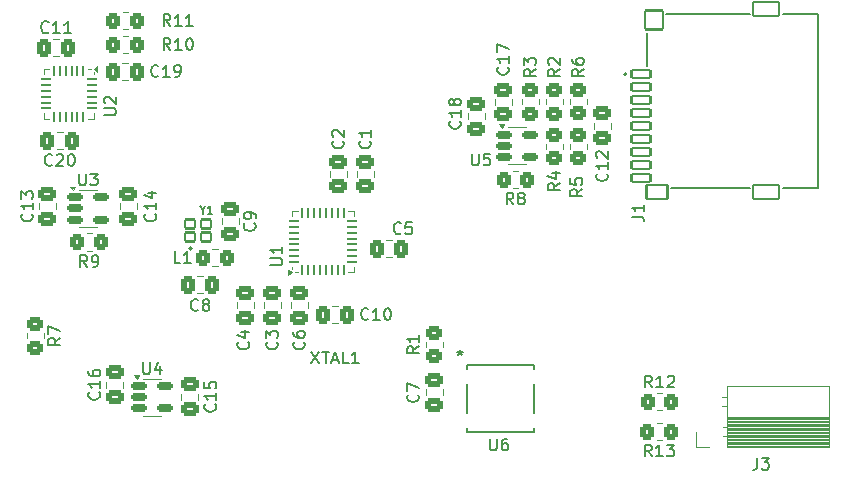
<source format=gto>
%TF.GenerationSoftware,KiCad,Pcbnew,8.0.6-8.0.6-0~ubuntu24.04.1*%
%TF.CreationDate,2024-11-06T15:00:48+01:00*%
%TF.ProjectId,random_sampler,72616e64-6f6d-45f7-9361-6d706c65722e,rev?*%
%TF.SameCoordinates,Original*%
%TF.FileFunction,Legend,Top*%
%TF.FilePolarity,Positive*%
%FSLAX46Y46*%
G04 Gerber Fmt 4.6, Leading zero omitted, Abs format (unit mm)*
G04 Created by KiCad (PCBNEW 8.0.6-8.0.6-0~ubuntu24.04.1) date 2024-11-06 15:00:48*
%MOMM*%
%LPD*%
G01*
G04 APERTURE LIST*
G04 Aperture macros list*
%AMRoundRect*
0 Rectangle with rounded corners*
0 $1 Rounding radius*
0 $2 $3 $4 $5 $6 $7 $8 $9 X,Y pos of 4 corners*
0 Add a 4 corners polygon primitive as box body*
4,1,4,$2,$3,$4,$5,$6,$7,$8,$9,$2,$3,0*
0 Add four circle primitives for the rounded corners*
1,1,$1+$1,$2,$3*
1,1,$1+$1,$4,$5*
1,1,$1+$1,$6,$7*
1,1,$1+$1,$8,$9*
0 Add four rect primitives between the rounded corners*
20,1,$1+$1,$2,$3,$4,$5,0*
20,1,$1+$1,$4,$5,$6,$7,0*
20,1,$1+$1,$6,$7,$8,$9,0*
20,1,$1+$1,$8,$9,$2,$3,0*%
G04 Aperture macros list end*
%ADD10C,0.150000*%
%ADD11C,0.120000*%
%ADD12C,0.200000*%
%ADD13C,0.127000*%
%ADD14C,0.152400*%
%ADD15RoundRect,0.150000X-0.512500X-0.150000X0.512500X-0.150000X0.512500X0.150000X-0.512500X0.150000X0*%
%ADD16RoundRect,0.250000X-0.475000X0.337500X-0.475000X-0.337500X0.475000X-0.337500X0.475000X0.337500X0*%
%ADD17RoundRect,0.102000X-0.425000X-0.375000X0.425000X-0.375000X0.425000X0.375000X-0.425000X0.375000X0*%
%ADD18RoundRect,0.250000X0.350000X0.450000X-0.350000X0.450000X-0.350000X-0.450000X0.350000X-0.450000X0*%
%ADD19C,3.200000*%
%ADD20RoundRect,0.250000X0.475000X-0.337500X0.475000X0.337500X-0.475000X0.337500X-0.475000X-0.337500X0*%
%ADD21C,1.000000*%
%ADD22RoundRect,0.102000X0.800000X-0.350000X0.800000X0.350000X-0.800000X0.350000X-0.800000X-0.350000X0*%
%ADD23RoundRect,0.102000X0.900000X-0.600000X0.900000X0.600000X-0.900000X0.600000X-0.900000X-0.600000X0*%
%ADD24RoundRect,0.102000X0.750000X-0.800000X0.750000X0.800000X-0.750000X0.800000X-0.750000X-0.800000X0*%
%ADD25RoundRect,0.102000X1.100000X-0.600000X1.100000X0.600000X-1.100000X0.600000X-1.100000X-0.600000X0*%
%ADD26RoundRect,0.250000X-0.337500X-0.475000X0.337500X-0.475000X0.337500X0.475000X-0.337500X0.475000X0*%
%ADD27RoundRect,0.250000X0.450000X-0.350000X0.450000X0.350000X-0.450000X0.350000X-0.450000X-0.350000X0*%
%ADD28RoundRect,0.250000X-0.450000X0.350000X-0.450000X-0.350000X0.450000X-0.350000X0.450000X0.350000X0*%
%ADD29R,1.700000X1.700000*%
%ADD30O,1.700000X1.700000*%
%ADD31RoundRect,0.250000X-0.350000X-0.450000X0.350000X-0.450000X0.350000X0.450000X-0.350000X0.450000X0*%
%ADD32RoundRect,0.062500X-0.062500X0.375000X-0.062500X-0.375000X0.062500X-0.375000X0.062500X0.375000X0*%
%ADD33RoundRect,0.062500X-0.375000X0.062500X-0.375000X-0.062500X0.375000X-0.062500X0.375000X0.062500X0*%
%ADD34R,2.600000X2.600000*%
%ADD35RoundRect,0.250000X0.337500X0.475000X-0.337500X0.475000X-0.337500X-0.475000X0.337500X-0.475000X0*%
%ADD36R,0.406400X1.397000*%
%ADD37R,0.304800X0.508000*%
%ADD38RoundRect,0.062500X0.062500X-0.337500X0.062500X0.337500X-0.062500X0.337500X-0.062500X-0.337500X0*%
%ADD39RoundRect,0.062500X0.337500X-0.062500X0.337500X0.062500X-0.337500X0.062500X-0.337500X-0.062500X0*%
%ADD40R,3.700000X3.700000*%
%ADD41R,0.952500X0.558800*%
%ADD42RoundRect,0.250000X-0.325000X-0.450000X0.325000X-0.450000X0.325000X0.450000X-0.325000X0.450000X0*%
%ADD43C,2.370000*%
%ADD44C,1.959000*%
G04 APERTURE END LIST*
D10*
X22825121Y-42143293D02*
X22825121Y-42952816D01*
X22825121Y-42952816D02*
X22872740Y-43048054D01*
X22872740Y-43048054D02*
X22920359Y-43095674D01*
X22920359Y-43095674D02*
X23015597Y-43143293D01*
X23015597Y-43143293D02*
X23206073Y-43143293D01*
X23206073Y-43143293D02*
X23301311Y-43095674D01*
X23301311Y-43095674D02*
X23348930Y-43048054D01*
X23348930Y-43048054D02*
X23396549Y-42952816D01*
X23396549Y-42952816D02*
X23396549Y-42143293D01*
X24301311Y-42476626D02*
X24301311Y-43143293D01*
X24063216Y-42095674D02*
X23825121Y-42809959D01*
X23825121Y-42809959D02*
X24444168Y-42809959D01*
X46079580Y-44870666D02*
X46127200Y-44918285D01*
X46127200Y-44918285D02*
X46174819Y-45061142D01*
X46174819Y-45061142D02*
X46174819Y-45156380D01*
X46174819Y-45156380D02*
X46127200Y-45299237D01*
X46127200Y-45299237D02*
X46031961Y-45394475D01*
X46031961Y-45394475D02*
X45936723Y-45442094D01*
X45936723Y-45442094D02*
X45746247Y-45489713D01*
X45746247Y-45489713D02*
X45603390Y-45489713D01*
X45603390Y-45489713D02*
X45412914Y-45442094D01*
X45412914Y-45442094D02*
X45317676Y-45394475D01*
X45317676Y-45394475D02*
X45222438Y-45299237D01*
X45222438Y-45299237D02*
X45174819Y-45156380D01*
X45174819Y-45156380D02*
X45174819Y-45061142D01*
X45174819Y-45061142D02*
X45222438Y-44918285D01*
X45222438Y-44918285D02*
X45270057Y-44870666D01*
X45174819Y-44537332D02*
X45174819Y-43870666D01*
X45174819Y-43870666D02*
X46174819Y-44299237D01*
X27896238Y-29253114D02*
X27896238Y-29557876D01*
X27682905Y-28917876D02*
X27896238Y-29253114D01*
X27896238Y-29253114D02*
X28109572Y-28917876D01*
X28658143Y-29557876D02*
X28292428Y-29557876D01*
X28475285Y-29557876D02*
X28475285Y-28917876D01*
X28475285Y-28917876D02*
X28414333Y-29009304D01*
X28414333Y-29009304D02*
X28353381Y-29070257D01*
X28353381Y-29070257D02*
X28292428Y-29100733D01*
X50673095Y-24473819D02*
X50673095Y-25283342D01*
X50673095Y-25283342D02*
X50720714Y-25378580D01*
X50720714Y-25378580D02*
X50768333Y-25426200D01*
X50768333Y-25426200D02*
X50863571Y-25473819D01*
X50863571Y-25473819D02*
X51054047Y-25473819D01*
X51054047Y-25473819D02*
X51149285Y-25426200D01*
X51149285Y-25426200D02*
X51196904Y-25378580D01*
X51196904Y-25378580D02*
X51244523Y-25283342D01*
X51244523Y-25283342D02*
X51244523Y-24473819D01*
X52196904Y-24473819D02*
X51720714Y-24473819D01*
X51720714Y-24473819D02*
X51673095Y-24950009D01*
X51673095Y-24950009D02*
X51720714Y-24902390D01*
X51720714Y-24902390D02*
X51815952Y-24854771D01*
X51815952Y-24854771D02*
X52054047Y-24854771D01*
X52054047Y-24854771D02*
X52149285Y-24902390D01*
X52149285Y-24902390D02*
X52196904Y-24950009D01*
X52196904Y-24950009D02*
X52244523Y-25045247D01*
X52244523Y-25045247D02*
X52244523Y-25283342D01*
X52244523Y-25283342D02*
X52196904Y-25378580D01*
X52196904Y-25378580D02*
X52149285Y-25426200D01*
X52149285Y-25426200D02*
X52054047Y-25473819D01*
X52054047Y-25473819D02*
X51815952Y-25473819D01*
X51815952Y-25473819D02*
X51720714Y-25426200D01*
X51720714Y-25426200D02*
X51673095Y-25378580D01*
X25138142Y-13662819D02*
X24804809Y-13186628D01*
X24566714Y-13662819D02*
X24566714Y-12662819D01*
X24566714Y-12662819D02*
X24947666Y-12662819D01*
X24947666Y-12662819D02*
X25042904Y-12710438D01*
X25042904Y-12710438D02*
X25090523Y-12758057D01*
X25090523Y-12758057D02*
X25138142Y-12853295D01*
X25138142Y-12853295D02*
X25138142Y-12996152D01*
X25138142Y-12996152D02*
X25090523Y-13091390D01*
X25090523Y-13091390D02*
X25042904Y-13139009D01*
X25042904Y-13139009D02*
X24947666Y-13186628D01*
X24947666Y-13186628D02*
X24566714Y-13186628D01*
X26090523Y-13662819D02*
X25519095Y-13662819D01*
X25804809Y-13662819D02*
X25804809Y-12662819D01*
X25804809Y-12662819D02*
X25709571Y-12805676D01*
X25709571Y-12805676D02*
X25614333Y-12900914D01*
X25614333Y-12900914D02*
X25519095Y-12948533D01*
X27042904Y-13662819D02*
X26471476Y-13662819D01*
X26757190Y-13662819D02*
X26757190Y-12662819D01*
X26757190Y-12662819D02*
X26661952Y-12805676D01*
X26661952Y-12805676D02*
X26566714Y-12900914D01*
X26566714Y-12900914D02*
X26471476Y-12948533D01*
X34141580Y-40425666D02*
X34189200Y-40473285D01*
X34189200Y-40473285D02*
X34236819Y-40616142D01*
X34236819Y-40616142D02*
X34236819Y-40711380D01*
X34236819Y-40711380D02*
X34189200Y-40854237D01*
X34189200Y-40854237D02*
X34093961Y-40949475D01*
X34093961Y-40949475D02*
X33998723Y-40997094D01*
X33998723Y-40997094D02*
X33808247Y-41044713D01*
X33808247Y-41044713D02*
X33665390Y-41044713D01*
X33665390Y-41044713D02*
X33474914Y-40997094D01*
X33474914Y-40997094D02*
X33379676Y-40949475D01*
X33379676Y-40949475D02*
X33284438Y-40854237D01*
X33284438Y-40854237D02*
X33236819Y-40711380D01*
X33236819Y-40711380D02*
X33236819Y-40616142D01*
X33236819Y-40616142D02*
X33284438Y-40473285D01*
X33284438Y-40473285D02*
X33332057Y-40425666D01*
X33236819Y-40092332D02*
X33236819Y-39473285D01*
X33236819Y-39473285D02*
X33617771Y-39806618D01*
X33617771Y-39806618D02*
X33617771Y-39663761D01*
X33617771Y-39663761D02*
X33665390Y-39568523D01*
X33665390Y-39568523D02*
X33713009Y-39520904D01*
X33713009Y-39520904D02*
X33808247Y-39473285D01*
X33808247Y-39473285D02*
X34046342Y-39473285D01*
X34046342Y-39473285D02*
X34141580Y-39520904D01*
X34141580Y-39520904D02*
X34189200Y-39568523D01*
X34189200Y-39568523D02*
X34236819Y-39663761D01*
X34236819Y-39663761D02*
X34236819Y-39949475D01*
X34236819Y-39949475D02*
X34189200Y-40044713D01*
X34189200Y-40044713D02*
X34141580Y-40092332D01*
X39729580Y-23407666D02*
X39777200Y-23455285D01*
X39777200Y-23455285D02*
X39824819Y-23598142D01*
X39824819Y-23598142D02*
X39824819Y-23693380D01*
X39824819Y-23693380D02*
X39777200Y-23836237D01*
X39777200Y-23836237D02*
X39681961Y-23931475D01*
X39681961Y-23931475D02*
X39586723Y-23979094D01*
X39586723Y-23979094D02*
X39396247Y-24026713D01*
X39396247Y-24026713D02*
X39253390Y-24026713D01*
X39253390Y-24026713D02*
X39062914Y-23979094D01*
X39062914Y-23979094D02*
X38967676Y-23931475D01*
X38967676Y-23931475D02*
X38872438Y-23836237D01*
X38872438Y-23836237D02*
X38824819Y-23693380D01*
X38824819Y-23693380D02*
X38824819Y-23598142D01*
X38824819Y-23598142D02*
X38872438Y-23455285D01*
X38872438Y-23455285D02*
X38920057Y-23407666D01*
X38920057Y-23026713D02*
X38872438Y-22979094D01*
X38872438Y-22979094D02*
X38824819Y-22883856D01*
X38824819Y-22883856D02*
X38824819Y-22645761D01*
X38824819Y-22645761D02*
X38872438Y-22550523D01*
X38872438Y-22550523D02*
X38920057Y-22502904D01*
X38920057Y-22502904D02*
X39015295Y-22455285D01*
X39015295Y-22455285D02*
X39110533Y-22455285D01*
X39110533Y-22455285D02*
X39253390Y-22502904D01*
X39253390Y-22502904D02*
X39824819Y-23074332D01*
X39824819Y-23074332D02*
X39824819Y-22455285D01*
X18105333Y-34065819D02*
X17772000Y-33589628D01*
X17533905Y-34065819D02*
X17533905Y-33065819D01*
X17533905Y-33065819D02*
X17914857Y-33065819D01*
X17914857Y-33065819D02*
X18010095Y-33113438D01*
X18010095Y-33113438D02*
X18057714Y-33161057D01*
X18057714Y-33161057D02*
X18105333Y-33256295D01*
X18105333Y-33256295D02*
X18105333Y-33399152D01*
X18105333Y-33399152D02*
X18057714Y-33494390D01*
X18057714Y-33494390D02*
X18010095Y-33542009D01*
X18010095Y-33542009D02*
X17914857Y-33589628D01*
X17914857Y-33589628D02*
X17533905Y-33589628D01*
X18581524Y-34065819D02*
X18772000Y-34065819D01*
X18772000Y-34065819D02*
X18867238Y-34018200D01*
X18867238Y-34018200D02*
X18914857Y-33970580D01*
X18914857Y-33970580D02*
X19010095Y-33827723D01*
X19010095Y-33827723D02*
X19057714Y-33637247D01*
X19057714Y-33637247D02*
X19057714Y-33256295D01*
X19057714Y-33256295D02*
X19010095Y-33161057D01*
X19010095Y-33161057D02*
X18962476Y-33113438D01*
X18962476Y-33113438D02*
X18867238Y-33065819D01*
X18867238Y-33065819D02*
X18676762Y-33065819D01*
X18676762Y-33065819D02*
X18581524Y-33113438D01*
X18581524Y-33113438D02*
X18533905Y-33161057D01*
X18533905Y-33161057D02*
X18486286Y-33256295D01*
X18486286Y-33256295D02*
X18486286Y-33494390D01*
X18486286Y-33494390D02*
X18533905Y-33589628D01*
X18533905Y-33589628D02*
X18581524Y-33637247D01*
X18581524Y-33637247D02*
X18676762Y-33684866D01*
X18676762Y-33684866D02*
X18867238Y-33684866D01*
X18867238Y-33684866D02*
X18962476Y-33637247D01*
X18962476Y-33637247D02*
X19010095Y-33589628D01*
X19010095Y-33589628D02*
X19057714Y-33494390D01*
X65889142Y-50110819D02*
X65555809Y-49634628D01*
X65317714Y-50110819D02*
X65317714Y-49110819D01*
X65317714Y-49110819D02*
X65698666Y-49110819D01*
X65698666Y-49110819D02*
X65793904Y-49158438D01*
X65793904Y-49158438D02*
X65841523Y-49206057D01*
X65841523Y-49206057D02*
X65889142Y-49301295D01*
X65889142Y-49301295D02*
X65889142Y-49444152D01*
X65889142Y-49444152D02*
X65841523Y-49539390D01*
X65841523Y-49539390D02*
X65793904Y-49587009D01*
X65793904Y-49587009D02*
X65698666Y-49634628D01*
X65698666Y-49634628D02*
X65317714Y-49634628D01*
X66841523Y-50110819D02*
X66270095Y-50110819D01*
X66555809Y-50110819D02*
X66555809Y-49110819D01*
X66555809Y-49110819D02*
X66460571Y-49253676D01*
X66460571Y-49253676D02*
X66365333Y-49348914D01*
X66365333Y-49348914D02*
X66270095Y-49396533D01*
X67174857Y-49110819D02*
X67793904Y-49110819D01*
X67793904Y-49110819D02*
X67460571Y-49491771D01*
X67460571Y-49491771D02*
X67603428Y-49491771D01*
X67603428Y-49491771D02*
X67698666Y-49539390D01*
X67698666Y-49539390D02*
X67746285Y-49587009D01*
X67746285Y-49587009D02*
X67793904Y-49682247D01*
X67793904Y-49682247D02*
X67793904Y-49920342D01*
X67793904Y-49920342D02*
X67746285Y-50015580D01*
X67746285Y-50015580D02*
X67698666Y-50063200D01*
X67698666Y-50063200D02*
X67603428Y-50110819D01*
X67603428Y-50110819D02*
X67317714Y-50110819D01*
X67317714Y-50110819D02*
X67222476Y-50063200D01*
X67222476Y-50063200D02*
X67174857Y-50015580D01*
X64224819Y-29797333D02*
X64939104Y-29797333D01*
X64939104Y-29797333D02*
X65081961Y-29844952D01*
X65081961Y-29844952D02*
X65177200Y-29940190D01*
X65177200Y-29940190D02*
X65224819Y-30083047D01*
X65224819Y-30083047D02*
X65224819Y-30178285D01*
X65224819Y-28797333D02*
X65224819Y-29368761D01*
X65224819Y-29083047D02*
X64224819Y-29083047D01*
X64224819Y-29083047D02*
X64367676Y-29178285D01*
X64367676Y-29178285D02*
X64462914Y-29273523D01*
X64462914Y-29273523D02*
X64510533Y-29368761D01*
X14829642Y-14173580D02*
X14782023Y-14221200D01*
X14782023Y-14221200D02*
X14639166Y-14268819D01*
X14639166Y-14268819D02*
X14543928Y-14268819D01*
X14543928Y-14268819D02*
X14401071Y-14221200D01*
X14401071Y-14221200D02*
X14305833Y-14125961D01*
X14305833Y-14125961D02*
X14258214Y-14030723D01*
X14258214Y-14030723D02*
X14210595Y-13840247D01*
X14210595Y-13840247D02*
X14210595Y-13697390D01*
X14210595Y-13697390D02*
X14258214Y-13506914D01*
X14258214Y-13506914D02*
X14305833Y-13411676D01*
X14305833Y-13411676D02*
X14401071Y-13316438D01*
X14401071Y-13316438D02*
X14543928Y-13268819D01*
X14543928Y-13268819D02*
X14639166Y-13268819D01*
X14639166Y-13268819D02*
X14782023Y-13316438D01*
X14782023Y-13316438D02*
X14829642Y-13364057D01*
X15782023Y-14268819D02*
X15210595Y-14268819D01*
X15496309Y-14268819D02*
X15496309Y-13268819D01*
X15496309Y-13268819D02*
X15401071Y-13411676D01*
X15401071Y-13411676D02*
X15305833Y-13506914D01*
X15305833Y-13506914D02*
X15210595Y-13554533D01*
X16734404Y-14268819D02*
X16162976Y-14268819D01*
X16448690Y-14268819D02*
X16448690Y-13268819D01*
X16448690Y-13268819D02*
X16353452Y-13411676D01*
X16353452Y-13411676D02*
X16258214Y-13506914D01*
X16258214Y-13506914D02*
X16162976Y-13554533D01*
X58112819Y-26963666D02*
X57636628Y-27296999D01*
X58112819Y-27535094D02*
X57112819Y-27535094D01*
X57112819Y-27535094D02*
X57112819Y-27154142D01*
X57112819Y-27154142D02*
X57160438Y-27058904D01*
X57160438Y-27058904D02*
X57208057Y-27011285D01*
X57208057Y-27011285D02*
X57303295Y-26963666D01*
X57303295Y-26963666D02*
X57446152Y-26963666D01*
X57446152Y-26963666D02*
X57541390Y-27011285D01*
X57541390Y-27011285D02*
X57589009Y-27058904D01*
X57589009Y-27058904D02*
X57636628Y-27154142D01*
X57636628Y-27154142D02*
X57636628Y-27535094D01*
X57446152Y-26106523D02*
X58112819Y-26106523D01*
X57065200Y-26344618D02*
X57779485Y-26582713D01*
X57779485Y-26582713D02*
X57779485Y-25963666D01*
X46174819Y-40790666D02*
X45698628Y-41123999D01*
X46174819Y-41362094D02*
X45174819Y-41362094D01*
X45174819Y-41362094D02*
X45174819Y-40981142D01*
X45174819Y-40981142D02*
X45222438Y-40885904D01*
X45222438Y-40885904D02*
X45270057Y-40838285D01*
X45270057Y-40838285D02*
X45365295Y-40790666D01*
X45365295Y-40790666D02*
X45508152Y-40790666D01*
X45508152Y-40790666D02*
X45603390Y-40838285D01*
X45603390Y-40838285D02*
X45651009Y-40885904D01*
X45651009Y-40885904D02*
X45698628Y-40981142D01*
X45698628Y-40981142D02*
X45698628Y-41362094D01*
X46174819Y-39838285D02*
X46174819Y-40409713D01*
X46174819Y-40123999D02*
X45174819Y-40123999D01*
X45174819Y-40123999D02*
X45317676Y-40219237D01*
X45317676Y-40219237D02*
X45412914Y-40314475D01*
X45412914Y-40314475D02*
X45460533Y-40409713D01*
X74830666Y-50224819D02*
X74830666Y-50939104D01*
X74830666Y-50939104D02*
X74783047Y-51081961D01*
X74783047Y-51081961D02*
X74687809Y-51177200D01*
X74687809Y-51177200D02*
X74544952Y-51224819D01*
X74544952Y-51224819D02*
X74449714Y-51224819D01*
X75211619Y-50224819D02*
X75830666Y-50224819D01*
X75830666Y-50224819D02*
X75497333Y-50605771D01*
X75497333Y-50605771D02*
X75640190Y-50605771D01*
X75640190Y-50605771D02*
X75735428Y-50653390D01*
X75735428Y-50653390D02*
X75783047Y-50701009D01*
X75783047Y-50701009D02*
X75830666Y-50796247D01*
X75830666Y-50796247D02*
X75830666Y-51034342D01*
X75830666Y-51034342D02*
X75783047Y-51129580D01*
X75783047Y-51129580D02*
X75735428Y-51177200D01*
X75735428Y-51177200D02*
X75640190Y-51224819D01*
X75640190Y-51224819D02*
X75354476Y-51224819D01*
X75354476Y-51224819D02*
X75259238Y-51177200D01*
X75259238Y-51177200D02*
X75211619Y-51129580D01*
X65921142Y-44270819D02*
X65587809Y-43794628D01*
X65349714Y-44270819D02*
X65349714Y-43270819D01*
X65349714Y-43270819D02*
X65730666Y-43270819D01*
X65730666Y-43270819D02*
X65825904Y-43318438D01*
X65825904Y-43318438D02*
X65873523Y-43366057D01*
X65873523Y-43366057D02*
X65921142Y-43461295D01*
X65921142Y-43461295D02*
X65921142Y-43604152D01*
X65921142Y-43604152D02*
X65873523Y-43699390D01*
X65873523Y-43699390D02*
X65825904Y-43747009D01*
X65825904Y-43747009D02*
X65730666Y-43794628D01*
X65730666Y-43794628D02*
X65349714Y-43794628D01*
X66873523Y-44270819D02*
X66302095Y-44270819D01*
X66587809Y-44270819D02*
X66587809Y-43270819D01*
X66587809Y-43270819D02*
X66492571Y-43413676D01*
X66492571Y-43413676D02*
X66397333Y-43508914D01*
X66397333Y-43508914D02*
X66302095Y-43556533D01*
X67254476Y-43366057D02*
X67302095Y-43318438D01*
X67302095Y-43318438D02*
X67397333Y-43270819D01*
X67397333Y-43270819D02*
X67635428Y-43270819D01*
X67635428Y-43270819D02*
X67730666Y-43318438D01*
X67730666Y-43318438D02*
X67778285Y-43366057D01*
X67778285Y-43366057D02*
X67825904Y-43461295D01*
X67825904Y-43461295D02*
X67825904Y-43556533D01*
X67825904Y-43556533D02*
X67778285Y-43699390D01*
X67778285Y-43699390D02*
X67206857Y-44270819D01*
X67206857Y-44270819D02*
X67825904Y-44270819D01*
X58112819Y-17311666D02*
X57636628Y-17644999D01*
X58112819Y-17883094D02*
X57112819Y-17883094D01*
X57112819Y-17883094D02*
X57112819Y-17502142D01*
X57112819Y-17502142D02*
X57160438Y-17406904D01*
X57160438Y-17406904D02*
X57208057Y-17359285D01*
X57208057Y-17359285D02*
X57303295Y-17311666D01*
X57303295Y-17311666D02*
X57446152Y-17311666D01*
X57446152Y-17311666D02*
X57541390Y-17359285D01*
X57541390Y-17359285D02*
X57589009Y-17406904D01*
X57589009Y-17406904D02*
X57636628Y-17502142D01*
X57636628Y-17502142D02*
X57636628Y-17883094D01*
X57208057Y-16930713D02*
X57160438Y-16883094D01*
X57160438Y-16883094D02*
X57112819Y-16787856D01*
X57112819Y-16787856D02*
X57112819Y-16549761D01*
X57112819Y-16549761D02*
X57160438Y-16454523D01*
X57160438Y-16454523D02*
X57208057Y-16406904D01*
X57208057Y-16406904D02*
X57303295Y-16359285D01*
X57303295Y-16359285D02*
X57398533Y-16359285D01*
X57398533Y-16359285D02*
X57541390Y-16406904D01*
X57541390Y-16406904D02*
X58112819Y-16978332D01*
X58112819Y-16978332D02*
X58112819Y-16359285D01*
X41902142Y-38459580D02*
X41854523Y-38507200D01*
X41854523Y-38507200D02*
X41711666Y-38554819D01*
X41711666Y-38554819D02*
X41616428Y-38554819D01*
X41616428Y-38554819D02*
X41473571Y-38507200D01*
X41473571Y-38507200D02*
X41378333Y-38411961D01*
X41378333Y-38411961D02*
X41330714Y-38316723D01*
X41330714Y-38316723D02*
X41283095Y-38126247D01*
X41283095Y-38126247D02*
X41283095Y-37983390D01*
X41283095Y-37983390D02*
X41330714Y-37792914D01*
X41330714Y-37792914D02*
X41378333Y-37697676D01*
X41378333Y-37697676D02*
X41473571Y-37602438D01*
X41473571Y-37602438D02*
X41616428Y-37554819D01*
X41616428Y-37554819D02*
X41711666Y-37554819D01*
X41711666Y-37554819D02*
X41854523Y-37602438D01*
X41854523Y-37602438D02*
X41902142Y-37650057D01*
X42854523Y-38554819D02*
X42283095Y-38554819D01*
X42568809Y-38554819D02*
X42568809Y-37554819D01*
X42568809Y-37554819D02*
X42473571Y-37697676D01*
X42473571Y-37697676D02*
X42378333Y-37792914D01*
X42378333Y-37792914D02*
X42283095Y-37840533D01*
X43473571Y-37554819D02*
X43568809Y-37554819D01*
X43568809Y-37554819D02*
X43664047Y-37602438D01*
X43664047Y-37602438D02*
X43711666Y-37650057D01*
X43711666Y-37650057D02*
X43759285Y-37745295D01*
X43759285Y-37745295D02*
X43806904Y-37935771D01*
X43806904Y-37935771D02*
X43806904Y-38173866D01*
X43806904Y-38173866D02*
X43759285Y-38364342D01*
X43759285Y-38364342D02*
X43711666Y-38459580D01*
X43711666Y-38459580D02*
X43664047Y-38507200D01*
X43664047Y-38507200D02*
X43568809Y-38554819D01*
X43568809Y-38554819D02*
X43473571Y-38554819D01*
X43473571Y-38554819D02*
X43378333Y-38507200D01*
X43378333Y-38507200D02*
X43330714Y-38459580D01*
X43330714Y-38459580D02*
X43283095Y-38364342D01*
X43283095Y-38364342D02*
X43235476Y-38173866D01*
X43235476Y-38173866D02*
X43235476Y-37935771D01*
X43235476Y-37935771D02*
X43283095Y-37745295D01*
X43283095Y-37745295D02*
X43330714Y-37650057D01*
X43330714Y-37650057D02*
X43378333Y-37602438D01*
X43378333Y-37602438D02*
X43473571Y-37554819D01*
X28934580Y-45686831D02*
X28982200Y-45734450D01*
X28982200Y-45734450D02*
X29029819Y-45877307D01*
X29029819Y-45877307D02*
X29029819Y-45972545D01*
X29029819Y-45972545D02*
X28982200Y-46115402D01*
X28982200Y-46115402D02*
X28886961Y-46210640D01*
X28886961Y-46210640D02*
X28791723Y-46258259D01*
X28791723Y-46258259D02*
X28601247Y-46305878D01*
X28601247Y-46305878D02*
X28458390Y-46305878D01*
X28458390Y-46305878D02*
X28267914Y-46258259D01*
X28267914Y-46258259D02*
X28172676Y-46210640D01*
X28172676Y-46210640D02*
X28077438Y-46115402D01*
X28077438Y-46115402D02*
X28029819Y-45972545D01*
X28029819Y-45972545D02*
X28029819Y-45877307D01*
X28029819Y-45877307D02*
X28077438Y-45734450D01*
X28077438Y-45734450D02*
X28125057Y-45686831D01*
X29029819Y-44734450D02*
X29029819Y-45305878D01*
X29029819Y-45020164D02*
X28029819Y-45020164D01*
X28029819Y-45020164D02*
X28172676Y-45115402D01*
X28172676Y-45115402D02*
X28267914Y-45210640D01*
X28267914Y-45210640D02*
X28315533Y-45305878D01*
X28029819Y-43829688D02*
X28029819Y-44305878D01*
X28029819Y-44305878D02*
X28506009Y-44353497D01*
X28506009Y-44353497D02*
X28458390Y-44305878D01*
X28458390Y-44305878D02*
X28410771Y-44210640D01*
X28410771Y-44210640D02*
X28410771Y-43972545D01*
X28410771Y-43972545D02*
X28458390Y-43877307D01*
X28458390Y-43877307D02*
X28506009Y-43829688D01*
X28506009Y-43829688D02*
X28601247Y-43782069D01*
X28601247Y-43782069D02*
X28839342Y-43782069D01*
X28839342Y-43782069D02*
X28934580Y-43829688D01*
X28934580Y-43829688D02*
X28982200Y-43877307D01*
X28982200Y-43877307D02*
X29029819Y-43972545D01*
X29029819Y-43972545D02*
X29029819Y-44210640D01*
X29029819Y-44210640D02*
X28982200Y-44305878D01*
X28982200Y-44305878D02*
X28934580Y-44353497D01*
X19520819Y-21208904D02*
X20330342Y-21208904D01*
X20330342Y-21208904D02*
X20425580Y-21161285D01*
X20425580Y-21161285D02*
X20473200Y-21113666D01*
X20473200Y-21113666D02*
X20520819Y-21018428D01*
X20520819Y-21018428D02*
X20520819Y-20827952D01*
X20520819Y-20827952D02*
X20473200Y-20732714D01*
X20473200Y-20732714D02*
X20425580Y-20685095D01*
X20425580Y-20685095D02*
X20330342Y-20637476D01*
X20330342Y-20637476D02*
X19520819Y-20637476D01*
X19616057Y-20208904D02*
X19568438Y-20161285D01*
X19568438Y-20161285D02*
X19520819Y-20066047D01*
X19520819Y-20066047D02*
X19520819Y-19827952D01*
X19520819Y-19827952D02*
X19568438Y-19732714D01*
X19568438Y-19732714D02*
X19616057Y-19685095D01*
X19616057Y-19685095D02*
X19711295Y-19637476D01*
X19711295Y-19637476D02*
X19806533Y-19637476D01*
X19806533Y-19637476D02*
X19949390Y-19685095D01*
X19949390Y-19685095D02*
X20520819Y-20256523D01*
X20520819Y-20256523D02*
X20520819Y-19637476D01*
X19097106Y-44670831D02*
X19144726Y-44718450D01*
X19144726Y-44718450D02*
X19192345Y-44861307D01*
X19192345Y-44861307D02*
X19192345Y-44956545D01*
X19192345Y-44956545D02*
X19144726Y-45099402D01*
X19144726Y-45099402D02*
X19049487Y-45194640D01*
X19049487Y-45194640D02*
X18954249Y-45242259D01*
X18954249Y-45242259D02*
X18763773Y-45289878D01*
X18763773Y-45289878D02*
X18620916Y-45289878D01*
X18620916Y-45289878D02*
X18430440Y-45242259D01*
X18430440Y-45242259D02*
X18335202Y-45194640D01*
X18335202Y-45194640D02*
X18239964Y-45099402D01*
X18239964Y-45099402D02*
X18192345Y-44956545D01*
X18192345Y-44956545D02*
X18192345Y-44861307D01*
X18192345Y-44861307D02*
X18239964Y-44718450D01*
X18239964Y-44718450D02*
X18287583Y-44670831D01*
X19192345Y-43718450D02*
X19192345Y-44289878D01*
X19192345Y-44004164D02*
X18192345Y-44004164D01*
X18192345Y-44004164D02*
X18335202Y-44099402D01*
X18335202Y-44099402D02*
X18430440Y-44194640D01*
X18430440Y-44194640D02*
X18478059Y-44289878D01*
X18192345Y-42861307D02*
X18192345Y-43051783D01*
X18192345Y-43051783D02*
X18239964Y-43147021D01*
X18239964Y-43147021D02*
X18287583Y-43194640D01*
X18287583Y-43194640D02*
X18430440Y-43289878D01*
X18430440Y-43289878D02*
X18620916Y-43337497D01*
X18620916Y-43337497D02*
X19001868Y-43337497D01*
X19001868Y-43337497D02*
X19097106Y-43289878D01*
X19097106Y-43289878D02*
X19144726Y-43242259D01*
X19144726Y-43242259D02*
X19192345Y-43147021D01*
X19192345Y-43147021D02*
X19192345Y-42956545D01*
X19192345Y-42956545D02*
X19144726Y-42861307D01*
X19144726Y-42861307D02*
X19097106Y-42813688D01*
X19097106Y-42813688D02*
X19001868Y-42766069D01*
X19001868Y-42766069D02*
X18763773Y-42766069D01*
X18763773Y-42766069D02*
X18668535Y-42813688D01*
X18668535Y-42813688D02*
X18620916Y-42861307D01*
X18620916Y-42861307D02*
X18573297Y-42956545D01*
X18573297Y-42956545D02*
X18573297Y-43147021D01*
X18573297Y-43147021D02*
X18620916Y-43242259D01*
X18620916Y-43242259D02*
X18668535Y-43289878D01*
X18668535Y-43289878D02*
X18763773Y-43337497D01*
X31728580Y-40425666D02*
X31776200Y-40473285D01*
X31776200Y-40473285D02*
X31823819Y-40616142D01*
X31823819Y-40616142D02*
X31823819Y-40711380D01*
X31823819Y-40711380D02*
X31776200Y-40854237D01*
X31776200Y-40854237D02*
X31680961Y-40949475D01*
X31680961Y-40949475D02*
X31585723Y-40997094D01*
X31585723Y-40997094D02*
X31395247Y-41044713D01*
X31395247Y-41044713D02*
X31252390Y-41044713D01*
X31252390Y-41044713D02*
X31061914Y-40997094D01*
X31061914Y-40997094D02*
X30966676Y-40949475D01*
X30966676Y-40949475D02*
X30871438Y-40854237D01*
X30871438Y-40854237D02*
X30823819Y-40711380D01*
X30823819Y-40711380D02*
X30823819Y-40616142D01*
X30823819Y-40616142D02*
X30871438Y-40473285D01*
X30871438Y-40473285D02*
X30919057Y-40425666D01*
X31157152Y-39568523D02*
X31823819Y-39568523D01*
X30776200Y-39806618D02*
X31490485Y-40044713D01*
X31490485Y-40044713D02*
X31490485Y-39425666D01*
X62081580Y-26169857D02*
X62129200Y-26217476D01*
X62129200Y-26217476D02*
X62176819Y-26360333D01*
X62176819Y-26360333D02*
X62176819Y-26455571D01*
X62176819Y-26455571D02*
X62129200Y-26598428D01*
X62129200Y-26598428D02*
X62033961Y-26693666D01*
X62033961Y-26693666D02*
X61938723Y-26741285D01*
X61938723Y-26741285D02*
X61748247Y-26788904D01*
X61748247Y-26788904D02*
X61605390Y-26788904D01*
X61605390Y-26788904D02*
X61414914Y-26741285D01*
X61414914Y-26741285D02*
X61319676Y-26693666D01*
X61319676Y-26693666D02*
X61224438Y-26598428D01*
X61224438Y-26598428D02*
X61176819Y-26455571D01*
X61176819Y-26455571D02*
X61176819Y-26360333D01*
X61176819Y-26360333D02*
X61224438Y-26217476D01*
X61224438Y-26217476D02*
X61272057Y-26169857D01*
X62176819Y-25217476D02*
X62176819Y-25788904D01*
X62176819Y-25503190D02*
X61176819Y-25503190D01*
X61176819Y-25503190D02*
X61319676Y-25598428D01*
X61319676Y-25598428D02*
X61414914Y-25693666D01*
X61414914Y-25693666D02*
X61462533Y-25788904D01*
X61272057Y-24836523D02*
X61224438Y-24788904D01*
X61224438Y-24788904D02*
X61176819Y-24693666D01*
X61176819Y-24693666D02*
X61176819Y-24455571D01*
X61176819Y-24455571D02*
X61224438Y-24360333D01*
X61224438Y-24360333D02*
X61272057Y-24312714D01*
X61272057Y-24312714D02*
X61367295Y-24265095D01*
X61367295Y-24265095D02*
X61462533Y-24265095D01*
X61462533Y-24265095D02*
X61605390Y-24312714D01*
X61605390Y-24312714D02*
X62176819Y-24884142D01*
X62176819Y-24884142D02*
X62176819Y-24265095D01*
X44664333Y-31191580D02*
X44616714Y-31239200D01*
X44616714Y-31239200D02*
X44473857Y-31286819D01*
X44473857Y-31286819D02*
X44378619Y-31286819D01*
X44378619Y-31286819D02*
X44235762Y-31239200D01*
X44235762Y-31239200D02*
X44140524Y-31143961D01*
X44140524Y-31143961D02*
X44092905Y-31048723D01*
X44092905Y-31048723D02*
X44045286Y-30858247D01*
X44045286Y-30858247D02*
X44045286Y-30715390D01*
X44045286Y-30715390D02*
X44092905Y-30524914D01*
X44092905Y-30524914D02*
X44140524Y-30429676D01*
X44140524Y-30429676D02*
X44235762Y-30334438D01*
X44235762Y-30334438D02*
X44378619Y-30286819D01*
X44378619Y-30286819D02*
X44473857Y-30286819D01*
X44473857Y-30286819D02*
X44616714Y-30334438D01*
X44616714Y-30334438D02*
X44664333Y-30382057D01*
X45569095Y-30286819D02*
X45092905Y-30286819D01*
X45092905Y-30286819D02*
X45045286Y-30763009D01*
X45045286Y-30763009D02*
X45092905Y-30715390D01*
X45092905Y-30715390D02*
X45188143Y-30667771D01*
X45188143Y-30667771D02*
X45426238Y-30667771D01*
X45426238Y-30667771D02*
X45521476Y-30715390D01*
X45521476Y-30715390D02*
X45569095Y-30763009D01*
X45569095Y-30763009D02*
X45616714Y-30858247D01*
X45616714Y-30858247D02*
X45616714Y-31096342D01*
X45616714Y-31096342D02*
X45569095Y-31191580D01*
X45569095Y-31191580D02*
X45521476Y-31239200D01*
X45521476Y-31239200D02*
X45426238Y-31286819D01*
X45426238Y-31286819D02*
X45188143Y-31286819D01*
X45188143Y-31286819D02*
X45092905Y-31239200D01*
X45092905Y-31239200D02*
X45045286Y-31191580D01*
X49635580Y-21724857D02*
X49683200Y-21772476D01*
X49683200Y-21772476D02*
X49730819Y-21915333D01*
X49730819Y-21915333D02*
X49730819Y-22010571D01*
X49730819Y-22010571D02*
X49683200Y-22153428D01*
X49683200Y-22153428D02*
X49587961Y-22248666D01*
X49587961Y-22248666D02*
X49492723Y-22296285D01*
X49492723Y-22296285D02*
X49302247Y-22343904D01*
X49302247Y-22343904D02*
X49159390Y-22343904D01*
X49159390Y-22343904D02*
X48968914Y-22296285D01*
X48968914Y-22296285D02*
X48873676Y-22248666D01*
X48873676Y-22248666D02*
X48778438Y-22153428D01*
X48778438Y-22153428D02*
X48730819Y-22010571D01*
X48730819Y-22010571D02*
X48730819Y-21915333D01*
X48730819Y-21915333D02*
X48778438Y-21772476D01*
X48778438Y-21772476D02*
X48826057Y-21724857D01*
X49730819Y-20772476D02*
X49730819Y-21343904D01*
X49730819Y-21058190D02*
X48730819Y-21058190D01*
X48730819Y-21058190D02*
X48873676Y-21153428D01*
X48873676Y-21153428D02*
X48968914Y-21248666D01*
X48968914Y-21248666D02*
X49016533Y-21343904D01*
X49159390Y-20201047D02*
X49111771Y-20296285D01*
X49111771Y-20296285D02*
X49064152Y-20343904D01*
X49064152Y-20343904D02*
X48968914Y-20391523D01*
X48968914Y-20391523D02*
X48921295Y-20391523D01*
X48921295Y-20391523D02*
X48826057Y-20343904D01*
X48826057Y-20343904D02*
X48778438Y-20296285D01*
X48778438Y-20296285D02*
X48730819Y-20201047D01*
X48730819Y-20201047D02*
X48730819Y-20010571D01*
X48730819Y-20010571D02*
X48778438Y-19915333D01*
X48778438Y-19915333D02*
X48826057Y-19867714D01*
X48826057Y-19867714D02*
X48921295Y-19820095D01*
X48921295Y-19820095D02*
X48968914Y-19820095D01*
X48968914Y-19820095D02*
X49064152Y-19867714D01*
X49064152Y-19867714D02*
X49111771Y-19915333D01*
X49111771Y-19915333D02*
X49159390Y-20010571D01*
X49159390Y-20010571D02*
X49159390Y-20201047D01*
X49159390Y-20201047D02*
X49207009Y-20296285D01*
X49207009Y-20296285D02*
X49254628Y-20343904D01*
X49254628Y-20343904D02*
X49349866Y-20391523D01*
X49349866Y-20391523D02*
X49540342Y-20391523D01*
X49540342Y-20391523D02*
X49635580Y-20343904D01*
X49635580Y-20343904D02*
X49683200Y-20296285D01*
X49683200Y-20296285D02*
X49730819Y-20201047D01*
X49730819Y-20201047D02*
X49730819Y-20010571D01*
X49730819Y-20010571D02*
X49683200Y-19915333D01*
X49683200Y-19915333D02*
X49635580Y-19867714D01*
X49635580Y-19867714D02*
X49540342Y-19820095D01*
X49540342Y-19820095D02*
X49349866Y-19820095D01*
X49349866Y-19820095D02*
X49254628Y-19867714D01*
X49254628Y-19867714D02*
X49207009Y-19915333D01*
X49207009Y-19915333D02*
X49159390Y-20010571D01*
X42015580Y-23407666D02*
X42063200Y-23455285D01*
X42063200Y-23455285D02*
X42110819Y-23598142D01*
X42110819Y-23598142D02*
X42110819Y-23693380D01*
X42110819Y-23693380D02*
X42063200Y-23836237D01*
X42063200Y-23836237D02*
X41967961Y-23931475D01*
X41967961Y-23931475D02*
X41872723Y-23979094D01*
X41872723Y-23979094D02*
X41682247Y-24026713D01*
X41682247Y-24026713D02*
X41539390Y-24026713D01*
X41539390Y-24026713D02*
X41348914Y-23979094D01*
X41348914Y-23979094D02*
X41253676Y-23931475D01*
X41253676Y-23931475D02*
X41158438Y-23836237D01*
X41158438Y-23836237D02*
X41110819Y-23693380D01*
X41110819Y-23693380D02*
X41110819Y-23598142D01*
X41110819Y-23598142D02*
X41158438Y-23455285D01*
X41158438Y-23455285D02*
X41206057Y-23407666D01*
X42110819Y-22455285D02*
X42110819Y-23026713D01*
X42110819Y-22740999D02*
X41110819Y-22740999D01*
X41110819Y-22740999D02*
X41253676Y-22836237D01*
X41253676Y-22836237D02*
X41348914Y-22931475D01*
X41348914Y-22931475D02*
X41396533Y-23026713D01*
X54189333Y-28775819D02*
X53856000Y-28299628D01*
X53617905Y-28775819D02*
X53617905Y-27775819D01*
X53617905Y-27775819D02*
X53998857Y-27775819D01*
X53998857Y-27775819D02*
X54094095Y-27823438D01*
X54094095Y-27823438D02*
X54141714Y-27871057D01*
X54141714Y-27871057D02*
X54189333Y-27966295D01*
X54189333Y-27966295D02*
X54189333Y-28109152D01*
X54189333Y-28109152D02*
X54141714Y-28204390D01*
X54141714Y-28204390D02*
X54094095Y-28252009D01*
X54094095Y-28252009D02*
X53998857Y-28299628D01*
X53998857Y-28299628D02*
X53617905Y-28299628D01*
X54760762Y-28204390D02*
X54665524Y-28156771D01*
X54665524Y-28156771D02*
X54617905Y-28109152D01*
X54617905Y-28109152D02*
X54570286Y-28013914D01*
X54570286Y-28013914D02*
X54570286Y-27966295D01*
X54570286Y-27966295D02*
X54617905Y-27871057D01*
X54617905Y-27871057D02*
X54665524Y-27823438D01*
X54665524Y-27823438D02*
X54760762Y-27775819D01*
X54760762Y-27775819D02*
X54951238Y-27775819D01*
X54951238Y-27775819D02*
X55046476Y-27823438D01*
X55046476Y-27823438D02*
X55094095Y-27871057D01*
X55094095Y-27871057D02*
X55141714Y-27966295D01*
X55141714Y-27966295D02*
X55141714Y-28013914D01*
X55141714Y-28013914D02*
X55094095Y-28109152D01*
X55094095Y-28109152D02*
X55046476Y-28156771D01*
X55046476Y-28156771D02*
X54951238Y-28204390D01*
X54951238Y-28204390D02*
X54760762Y-28204390D01*
X54760762Y-28204390D02*
X54665524Y-28252009D01*
X54665524Y-28252009D02*
X54617905Y-28299628D01*
X54617905Y-28299628D02*
X54570286Y-28394866D01*
X54570286Y-28394866D02*
X54570286Y-28585342D01*
X54570286Y-28585342D02*
X54617905Y-28680580D01*
X54617905Y-28680580D02*
X54665524Y-28728200D01*
X54665524Y-28728200D02*
X54760762Y-28775819D01*
X54760762Y-28775819D02*
X54951238Y-28775819D01*
X54951238Y-28775819D02*
X55046476Y-28728200D01*
X55046476Y-28728200D02*
X55094095Y-28680580D01*
X55094095Y-28680580D02*
X55141714Y-28585342D01*
X55141714Y-28585342D02*
X55141714Y-28394866D01*
X55141714Y-28394866D02*
X55094095Y-28299628D01*
X55094095Y-28299628D02*
X55046476Y-28252009D01*
X55046476Y-28252009D02*
X54951238Y-28204390D01*
X24122142Y-17885580D02*
X24074523Y-17933200D01*
X24074523Y-17933200D02*
X23931666Y-17980819D01*
X23931666Y-17980819D02*
X23836428Y-17980819D01*
X23836428Y-17980819D02*
X23693571Y-17933200D01*
X23693571Y-17933200D02*
X23598333Y-17837961D01*
X23598333Y-17837961D02*
X23550714Y-17742723D01*
X23550714Y-17742723D02*
X23503095Y-17552247D01*
X23503095Y-17552247D02*
X23503095Y-17409390D01*
X23503095Y-17409390D02*
X23550714Y-17218914D01*
X23550714Y-17218914D02*
X23598333Y-17123676D01*
X23598333Y-17123676D02*
X23693571Y-17028438D01*
X23693571Y-17028438D02*
X23836428Y-16980819D01*
X23836428Y-16980819D02*
X23931666Y-16980819D01*
X23931666Y-16980819D02*
X24074523Y-17028438D01*
X24074523Y-17028438D02*
X24122142Y-17076057D01*
X25074523Y-17980819D02*
X24503095Y-17980819D01*
X24788809Y-17980819D02*
X24788809Y-16980819D01*
X24788809Y-16980819D02*
X24693571Y-17123676D01*
X24693571Y-17123676D02*
X24598333Y-17218914D01*
X24598333Y-17218914D02*
X24503095Y-17266533D01*
X25550714Y-17980819D02*
X25741190Y-17980819D01*
X25741190Y-17980819D02*
X25836428Y-17933200D01*
X25836428Y-17933200D02*
X25884047Y-17885580D01*
X25884047Y-17885580D02*
X25979285Y-17742723D01*
X25979285Y-17742723D02*
X26026904Y-17552247D01*
X26026904Y-17552247D02*
X26026904Y-17171295D01*
X26026904Y-17171295D02*
X25979285Y-17076057D01*
X25979285Y-17076057D02*
X25931666Y-17028438D01*
X25931666Y-17028438D02*
X25836428Y-16980819D01*
X25836428Y-16980819D02*
X25645952Y-16980819D01*
X25645952Y-16980819D02*
X25550714Y-17028438D01*
X25550714Y-17028438D02*
X25503095Y-17076057D01*
X25503095Y-17076057D02*
X25455476Y-17171295D01*
X25455476Y-17171295D02*
X25455476Y-17409390D01*
X25455476Y-17409390D02*
X25503095Y-17504628D01*
X25503095Y-17504628D02*
X25550714Y-17552247D01*
X25550714Y-17552247D02*
X25645952Y-17599866D01*
X25645952Y-17599866D02*
X25836428Y-17599866D01*
X25836428Y-17599866D02*
X25931666Y-17552247D01*
X25931666Y-17552247D02*
X25979285Y-17504628D01*
X25979285Y-17504628D02*
X26026904Y-17409390D01*
X56080819Y-17311666D02*
X55604628Y-17644999D01*
X56080819Y-17883094D02*
X55080819Y-17883094D01*
X55080819Y-17883094D02*
X55080819Y-17502142D01*
X55080819Y-17502142D02*
X55128438Y-17406904D01*
X55128438Y-17406904D02*
X55176057Y-17359285D01*
X55176057Y-17359285D02*
X55271295Y-17311666D01*
X55271295Y-17311666D02*
X55414152Y-17311666D01*
X55414152Y-17311666D02*
X55509390Y-17359285D01*
X55509390Y-17359285D02*
X55557009Y-17406904D01*
X55557009Y-17406904D02*
X55604628Y-17502142D01*
X55604628Y-17502142D02*
X55604628Y-17883094D01*
X55080819Y-16978332D02*
X55080819Y-16359285D01*
X55080819Y-16359285D02*
X55461771Y-16692618D01*
X55461771Y-16692618D02*
X55461771Y-16549761D01*
X55461771Y-16549761D02*
X55509390Y-16454523D01*
X55509390Y-16454523D02*
X55557009Y-16406904D01*
X55557009Y-16406904D02*
X55652247Y-16359285D01*
X55652247Y-16359285D02*
X55890342Y-16359285D01*
X55890342Y-16359285D02*
X55985580Y-16406904D01*
X55985580Y-16406904D02*
X56033200Y-16454523D01*
X56033200Y-16454523D02*
X56080819Y-16549761D01*
X56080819Y-16549761D02*
X56080819Y-16835475D01*
X56080819Y-16835475D02*
X56033200Y-16930713D01*
X56033200Y-16930713D02*
X55985580Y-16978332D01*
X53699580Y-17152857D02*
X53747200Y-17200476D01*
X53747200Y-17200476D02*
X53794819Y-17343333D01*
X53794819Y-17343333D02*
X53794819Y-17438571D01*
X53794819Y-17438571D02*
X53747200Y-17581428D01*
X53747200Y-17581428D02*
X53651961Y-17676666D01*
X53651961Y-17676666D02*
X53556723Y-17724285D01*
X53556723Y-17724285D02*
X53366247Y-17771904D01*
X53366247Y-17771904D02*
X53223390Y-17771904D01*
X53223390Y-17771904D02*
X53032914Y-17724285D01*
X53032914Y-17724285D02*
X52937676Y-17676666D01*
X52937676Y-17676666D02*
X52842438Y-17581428D01*
X52842438Y-17581428D02*
X52794819Y-17438571D01*
X52794819Y-17438571D02*
X52794819Y-17343333D01*
X52794819Y-17343333D02*
X52842438Y-17200476D01*
X52842438Y-17200476D02*
X52890057Y-17152857D01*
X53794819Y-16200476D02*
X53794819Y-16771904D01*
X53794819Y-16486190D02*
X52794819Y-16486190D01*
X52794819Y-16486190D02*
X52937676Y-16581428D01*
X52937676Y-16581428D02*
X53032914Y-16676666D01*
X53032914Y-16676666D02*
X53080533Y-16771904D01*
X52794819Y-15867142D02*
X52794819Y-15200476D01*
X52794819Y-15200476D02*
X53794819Y-15629047D01*
X15126642Y-25407580D02*
X15079023Y-25455200D01*
X15079023Y-25455200D02*
X14936166Y-25502819D01*
X14936166Y-25502819D02*
X14840928Y-25502819D01*
X14840928Y-25502819D02*
X14698071Y-25455200D01*
X14698071Y-25455200D02*
X14602833Y-25359961D01*
X14602833Y-25359961D02*
X14555214Y-25264723D01*
X14555214Y-25264723D02*
X14507595Y-25074247D01*
X14507595Y-25074247D02*
X14507595Y-24931390D01*
X14507595Y-24931390D02*
X14555214Y-24740914D01*
X14555214Y-24740914D02*
X14602833Y-24645676D01*
X14602833Y-24645676D02*
X14698071Y-24550438D01*
X14698071Y-24550438D02*
X14840928Y-24502819D01*
X14840928Y-24502819D02*
X14936166Y-24502819D01*
X14936166Y-24502819D02*
X15079023Y-24550438D01*
X15079023Y-24550438D02*
X15126642Y-24598057D01*
X15507595Y-24598057D02*
X15555214Y-24550438D01*
X15555214Y-24550438D02*
X15650452Y-24502819D01*
X15650452Y-24502819D02*
X15888547Y-24502819D01*
X15888547Y-24502819D02*
X15983785Y-24550438D01*
X15983785Y-24550438D02*
X16031404Y-24598057D01*
X16031404Y-24598057D02*
X16079023Y-24693295D01*
X16079023Y-24693295D02*
X16079023Y-24788533D01*
X16079023Y-24788533D02*
X16031404Y-24931390D01*
X16031404Y-24931390D02*
X15459976Y-25502819D01*
X15459976Y-25502819D02*
X16079023Y-25502819D01*
X16698071Y-24502819D02*
X16793309Y-24502819D01*
X16793309Y-24502819D02*
X16888547Y-24550438D01*
X16888547Y-24550438D02*
X16936166Y-24598057D01*
X16936166Y-24598057D02*
X16983785Y-24693295D01*
X16983785Y-24693295D02*
X17031404Y-24883771D01*
X17031404Y-24883771D02*
X17031404Y-25121866D01*
X17031404Y-25121866D02*
X16983785Y-25312342D01*
X16983785Y-25312342D02*
X16936166Y-25407580D01*
X16936166Y-25407580D02*
X16888547Y-25455200D01*
X16888547Y-25455200D02*
X16793309Y-25502819D01*
X16793309Y-25502819D02*
X16698071Y-25502819D01*
X16698071Y-25502819D02*
X16602833Y-25455200D01*
X16602833Y-25455200D02*
X16555214Y-25407580D01*
X16555214Y-25407580D02*
X16507595Y-25312342D01*
X16507595Y-25312342D02*
X16459976Y-25121866D01*
X16459976Y-25121866D02*
X16459976Y-24883771D01*
X16459976Y-24883771D02*
X16507595Y-24693295D01*
X16507595Y-24693295D02*
X16555214Y-24598057D01*
X16555214Y-24598057D02*
X16602833Y-24550438D01*
X16602833Y-24550438D02*
X16698071Y-24502819D01*
X17404595Y-26155819D02*
X17404595Y-26965342D01*
X17404595Y-26965342D02*
X17452214Y-27060580D01*
X17452214Y-27060580D02*
X17499833Y-27108200D01*
X17499833Y-27108200D02*
X17595071Y-27155819D01*
X17595071Y-27155819D02*
X17785547Y-27155819D01*
X17785547Y-27155819D02*
X17880785Y-27108200D01*
X17880785Y-27108200D02*
X17928404Y-27060580D01*
X17928404Y-27060580D02*
X17976023Y-26965342D01*
X17976023Y-26965342D02*
X17976023Y-26155819D01*
X18356976Y-26155819D02*
X18976023Y-26155819D01*
X18976023Y-26155819D02*
X18642690Y-26536771D01*
X18642690Y-26536771D02*
X18785547Y-26536771D01*
X18785547Y-26536771D02*
X18880785Y-26584390D01*
X18880785Y-26584390D02*
X18928404Y-26632009D01*
X18928404Y-26632009D02*
X18976023Y-26727247D01*
X18976023Y-26727247D02*
X18976023Y-26965342D01*
X18976023Y-26965342D02*
X18928404Y-27060580D01*
X18928404Y-27060580D02*
X18880785Y-27108200D01*
X18880785Y-27108200D02*
X18785547Y-27155819D01*
X18785547Y-27155819D02*
X18499833Y-27155819D01*
X18499833Y-27155819D02*
X18404595Y-27108200D01*
X18404595Y-27108200D02*
X18356976Y-27060580D01*
X23854580Y-29577357D02*
X23902200Y-29624976D01*
X23902200Y-29624976D02*
X23949819Y-29767833D01*
X23949819Y-29767833D02*
X23949819Y-29863071D01*
X23949819Y-29863071D02*
X23902200Y-30005928D01*
X23902200Y-30005928D02*
X23806961Y-30101166D01*
X23806961Y-30101166D02*
X23711723Y-30148785D01*
X23711723Y-30148785D02*
X23521247Y-30196404D01*
X23521247Y-30196404D02*
X23378390Y-30196404D01*
X23378390Y-30196404D02*
X23187914Y-30148785D01*
X23187914Y-30148785D02*
X23092676Y-30101166D01*
X23092676Y-30101166D02*
X22997438Y-30005928D01*
X22997438Y-30005928D02*
X22949819Y-29863071D01*
X22949819Y-29863071D02*
X22949819Y-29767833D01*
X22949819Y-29767833D02*
X22997438Y-29624976D01*
X22997438Y-29624976D02*
X23045057Y-29577357D01*
X23949819Y-28624976D02*
X23949819Y-29196404D01*
X23949819Y-28910690D02*
X22949819Y-28910690D01*
X22949819Y-28910690D02*
X23092676Y-29005928D01*
X23092676Y-29005928D02*
X23187914Y-29101166D01*
X23187914Y-29101166D02*
X23235533Y-29196404D01*
X23283152Y-27767833D02*
X23949819Y-27767833D01*
X22902200Y-28005928D02*
X23616485Y-28244023D01*
X23616485Y-28244023D02*
X23616485Y-27624976D01*
X60017819Y-27471666D02*
X59541628Y-27804999D01*
X60017819Y-28043094D02*
X59017819Y-28043094D01*
X59017819Y-28043094D02*
X59017819Y-27662142D01*
X59017819Y-27662142D02*
X59065438Y-27566904D01*
X59065438Y-27566904D02*
X59113057Y-27519285D01*
X59113057Y-27519285D02*
X59208295Y-27471666D01*
X59208295Y-27471666D02*
X59351152Y-27471666D01*
X59351152Y-27471666D02*
X59446390Y-27519285D01*
X59446390Y-27519285D02*
X59494009Y-27566904D01*
X59494009Y-27566904D02*
X59541628Y-27662142D01*
X59541628Y-27662142D02*
X59541628Y-28043094D01*
X59017819Y-26566904D02*
X59017819Y-27043094D01*
X59017819Y-27043094D02*
X59494009Y-27090713D01*
X59494009Y-27090713D02*
X59446390Y-27043094D01*
X59446390Y-27043094D02*
X59398771Y-26947856D01*
X59398771Y-26947856D02*
X59398771Y-26709761D01*
X59398771Y-26709761D02*
X59446390Y-26614523D01*
X59446390Y-26614523D02*
X59494009Y-26566904D01*
X59494009Y-26566904D02*
X59589247Y-26519285D01*
X59589247Y-26519285D02*
X59827342Y-26519285D01*
X59827342Y-26519285D02*
X59922580Y-26566904D01*
X59922580Y-26566904D02*
X59970200Y-26614523D01*
X59970200Y-26614523D02*
X60017819Y-26709761D01*
X60017819Y-26709761D02*
X60017819Y-26947856D01*
X60017819Y-26947856D02*
X59970200Y-27043094D01*
X59970200Y-27043094D02*
X59922580Y-27090713D01*
X37092190Y-41237819D02*
X37758856Y-42237819D01*
X37758856Y-41237819D02*
X37092190Y-42237819D01*
X37996952Y-41237819D02*
X38568380Y-41237819D01*
X38282666Y-42237819D02*
X38282666Y-41237819D01*
X38854095Y-41952104D02*
X39330285Y-41952104D01*
X38758857Y-42237819D02*
X39092190Y-41237819D01*
X39092190Y-41237819D02*
X39425523Y-42237819D01*
X40235047Y-42237819D02*
X39758857Y-42237819D01*
X39758857Y-42237819D02*
X39758857Y-41237819D01*
X41092190Y-42237819D02*
X40520762Y-42237819D01*
X40806476Y-42237819D02*
X40806476Y-41237819D01*
X40806476Y-41237819D02*
X40711238Y-41380676D01*
X40711238Y-41380676D02*
X40616000Y-41475914D01*
X40616000Y-41475914D02*
X40520762Y-41523533D01*
X33617819Y-33908904D02*
X34427342Y-33908904D01*
X34427342Y-33908904D02*
X34522580Y-33861285D01*
X34522580Y-33861285D02*
X34570200Y-33813666D01*
X34570200Y-33813666D02*
X34617819Y-33718428D01*
X34617819Y-33718428D02*
X34617819Y-33527952D01*
X34617819Y-33527952D02*
X34570200Y-33432714D01*
X34570200Y-33432714D02*
X34522580Y-33385095D01*
X34522580Y-33385095D02*
X34427342Y-33337476D01*
X34427342Y-33337476D02*
X33617819Y-33337476D01*
X34617819Y-32337476D02*
X34617819Y-32908904D01*
X34617819Y-32623190D02*
X33617819Y-32623190D01*
X33617819Y-32623190D02*
X33760676Y-32718428D01*
X33760676Y-32718428D02*
X33855914Y-32813666D01*
X33855914Y-32813666D02*
X33903533Y-32908904D01*
X60144819Y-17311666D02*
X59668628Y-17644999D01*
X60144819Y-17883094D02*
X59144819Y-17883094D01*
X59144819Y-17883094D02*
X59144819Y-17502142D01*
X59144819Y-17502142D02*
X59192438Y-17406904D01*
X59192438Y-17406904D02*
X59240057Y-17359285D01*
X59240057Y-17359285D02*
X59335295Y-17311666D01*
X59335295Y-17311666D02*
X59478152Y-17311666D01*
X59478152Y-17311666D02*
X59573390Y-17359285D01*
X59573390Y-17359285D02*
X59621009Y-17406904D01*
X59621009Y-17406904D02*
X59668628Y-17502142D01*
X59668628Y-17502142D02*
X59668628Y-17883094D01*
X59144819Y-16454523D02*
X59144819Y-16644999D01*
X59144819Y-16644999D02*
X59192438Y-16740237D01*
X59192438Y-16740237D02*
X59240057Y-16787856D01*
X59240057Y-16787856D02*
X59382914Y-16883094D01*
X59382914Y-16883094D02*
X59573390Y-16930713D01*
X59573390Y-16930713D02*
X59954342Y-16930713D01*
X59954342Y-16930713D02*
X60049580Y-16883094D01*
X60049580Y-16883094D02*
X60097200Y-16835475D01*
X60097200Y-16835475D02*
X60144819Y-16740237D01*
X60144819Y-16740237D02*
X60144819Y-16549761D01*
X60144819Y-16549761D02*
X60097200Y-16454523D01*
X60097200Y-16454523D02*
X60049580Y-16406904D01*
X60049580Y-16406904D02*
X59954342Y-16359285D01*
X59954342Y-16359285D02*
X59716247Y-16359285D01*
X59716247Y-16359285D02*
X59621009Y-16406904D01*
X59621009Y-16406904D02*
X59573390Y-16454523D01*
X59573390Y-16454523D02*
X59525771Y-16549761D01*
X59525771Y-16549761D02*
X59525771Y-16740237D01*
X59525771Y-16740237D02*
X59573390Y-16835475D01*
X59573390Y-16835475D02*
X59621009Y-16883094D01*
X59621009Y-16883094D02*
X59716247Y-16930713D01*
X52197095Y-48603819D02*
X52197095Y-49413342D01*
X52197095Y-49413342D02*
X52244714Y-49508580D01*
X52244714Y-49508580D02*
X52292333Y-49556200D01*
X52292333Y-49556200D02*
X52387571Y-49603819D01*
X52387571Y-49603819D02*
X52578047Y-49603819D01*
X52578047Y-49603819D02*
X52673285Y-49556200D01*
X52673285Y-49556200D02*
X52720904Y-49508580D01*
X52720904Y-49508580D02*
X52768523Y-49413342D01*
X52768523Y-49413342D02*
X52768523Y-48603819D01*
X53673285Y-48603819D02*
X53482809Y-48603819D01*
X53482809Y-48603819D02*
X53387571Y-48651438D01*
X53387571Y-48651438D02*
X53339952Y-48699057D01*
X53339952Y-48699057D02*
X53244714Y-48841914D01*
X53244714Y-48841914D02*
X53197095Y-49032390D01*
X53197095Y-49032390D02*
X53197095Y-49413342D01*
X53197095Y-49413342D02*
X53244714Y-49508580D01*
X53244714Y-49508580D02*
X53292333Y-49556200D01*
X53292333Y-49556200D02*
X53387571Y-49603819D01*
X53387571Y-49603819D02*
X53578047Y-49603819D01*
X53578047Y-49603819D02*
X53673285Y-49556200D01*
X53673285Y-49556200D02*
X53720904Y-49508580D01*
X53720904Y-49508580D02*
X53768523Y-49413342D01*
X53768523Y-49413342D02*
X53768523Y-49175247D01*
X53768523Y-49175247D02*
X53720904Y-49080009D01*
X53720904Y-49080009D02*
X53673285Y-49032390D01*
X53673285Y-49032390D02*
X53578047Y-48984771D01*
X53578047Y-48984771D02*
X53387571Y-48984771D01*
X53387571Y-48984771D02*
X53292333Y-49032390D01*
X53292333Y-49032390D02*
X53244714Y-49080009D01*
X53244714Y-49080009D02*
X53197095Y-49175247D01*
X49650650Y-41110819D02*
X49650650Y-41348914D01*
X49412555Y-41253676D02*
X49650650Y-41348914D01*
X49650650Y-41348914D02*
X49888745Y-41253676D01*
X49507793Y-41539390D02*
X49650650Y-41348914D01*
X49650650Y-41348914D02*
X49793507Y-41539390D01*
X49650650Y-41110819D02*
X49650650Y-41348914D01*
X49412555Y-41253676D02*
X49650650Y-41348914D01*
X49650650Y-41348914D02*
X49888745Y-41253676D01*
X49507793Y-41539390D02*
X49650650Y-41348914D01*
X49650650Y-41348914D02*
X49793507Y-41539390D01*
X25995333Y-33728819D02*
X25519143Y-33728819D01*
X25519143Y-33728819D02*
X25519143Y-32728819D01*
X26852476Y-33728819D02*
X26281048Y-33728819D01*
X26566762Y-33728819D02*
X26566762Y-32728819D01*
X26566762Y-32728819D02*
X26471524Y-32871676D01*
X26471524Y-32871676D02*
X26376286Y-32966914D01*
X26376286Y-32966914D02*
X26281048Y-33014533D01*
X27497833Y-37697580D02*
X27450214Y-37745200D01*
X27450214Y-37745200D02*
X27307357Y-37792819D01*
X27307357Y-37792819D02*
X27212119Y-37792819D01*
X27212119Y-37792819D02*
X27069262Y-37745200D01*
X27069262Y-37745200D02*
X26974024Y-37649961D01*
X26974024Y-37649961D02*
X26926405Y-37554723D01*
X26926405Y-37554723D02*
X26878786Y-37364247D01*
X26878786Y-37364247D02*
X26878786Y-37221390D01*
X26878786Y-37221390D02*
X26926405Y-37030914D01*
X26926405Y-37030914D02*
X26974024Y-36935676D01*
X26974024Y-36935676D02*
X27069262Y-36840438D01*
X27069262Y-36840438D02*
X27212119Y-36792819D01*
X27212119Y-36792819D02*
X27307357Y-36792819D01*
X27307357Y-36792819D02*
X27450214Y-36840438D01*
X27450214Y-36840438D02*
X27497833Y-36888057D01*
X28069262Y-37221390D02*
X27974024Y-37173771D01*
X27974024Y-37173771D02*
X27926405Y-37126152D01*
X27926405Y-37126152D02*
X27878786Y-37030914D01*
X27878786Y-37030914D02*
X27878786Y-36983295D01*
X27878786Y-36983295D02*
X27926405Y-36888057D01*
X27926405Y-36888057D02*
X27974024Y-36840438D01*
X27974024Y-36840438D02*
X28069262Y-36792819D01*
X28069262Y-36792819D02*
X28259738Y-36792819D01*
X28259738Y-36792819D02*
X28354976Y-36840438D01*
X28354976Y-36840438D02*
X28402595Y-36888057D01*
X28402595Y-36888057D02*
X28450214Y-36983295D01*
X28450214Y-36983295D02*
X28450214Y-37030914D01*
X28450214Y-37030914D02*
X28402595Y-37126152D01*
X28402595Y-37126152D02*
X28354976Y-37173771D01*
X28354976Y-37173771D02*
X28259738Y-37221390D01*
X28259738Y-37221390D02*
X28069262Y-37221390D01*
X28069262Y-37221390D02*
X27974024Y-37269009D01*
X27974024Y-37269009D02*
X27926405Y-37316628D01*
X27926405Y-37316628D02*
X27878786Y-37411866D01*
X27878786Y-37411866D02*
X27878786Y-37602342D01*
X27878786Y-37602342D02*
X27926405Y-37697580D01*
X27926405Y-37697580D02*
X27974024Y-37745200D01*
X27974024Y-37745200D02*
X28069262Y-37792819D01*
X28069262Y-37792819D02*
X28259738Y-37792819D01*
X28259738Y-37792819D02*
X28354976Y-37745200D01*
X28354976Y-37745200D02*
X28402595Y-37697580D01*
X28402595Y-37697580D02*
X28450214Y-37602342D01*
X28450214Y-37602342D02*
X28450214Y-37411866D01*
X28450214Y-37411866D02*
X28402595Y-37316628D01*
X28402595Y-37316628D02*
X28354976Y-37269009D01*
X28354976Y-37269009D02*
X28259738Y-37221390D01*
X32265580Y-30371166D02*
X32313200Y-30418785D01*
X32313200Y-30418785D02*
X32360819Y-30561642D01*
X32360819Y-30561642D02*
X32360819Y-30656880D01*
X32360819Y-30656880D02*
X32313200Y-30799737D01*
X32313200Y-30799737D02*
X32217961Y-30894975D01*
X32217961Y-30894975D02*
X32122723Y-30942594D01*
X32122723Y-30942594D02*
X31932247Y-30990213D01*
X31932247Y-30990213D02*
X31789390Y-30990213D01*
X31789390Y-30990213D02*
X31598914Y-30942594D01*
X31598914Y-30942594D02*
X31503676Y-30894975D01*
X31503676Y-30894975D02*
X31408438Y-30799737D01*
X31408438Y-30799737D02*
X31360819Y-30656880D01*
X31360819Y-30656880D02*
X31360819Y-30561642D01*
X31360819Y-30561642D02*
X31408438Y-30418785D01*
X31408438Y-30418785D02*
X31456057Y-30371166D01*
X32360819Y-29894975D02*
X32360819Y-29704499D01*
X32360819Y-29704499D02*
X32313200Y-29609261D01*
X32313200Y-29609261D02*
X32265580Y-29561642D01*
X32265580Y-29561642D02*
X32122723Y-29466404D01*
X32122723Y-29466404D02*
X31932247Y-29418785D01*
X31932247Y-29418785D02*
X31551295Y-29418785D01*
X31551295Y-29418785D02*
X31456057Y-29466404D01*
X31456057Y-29466404D02*
X31408438Y-29514023D01*
X31408438Y-29514023D02*
X31360819Y-29609261D01*
X31360819Y-29609261D02*
X31360819Y-29799737D01*
X31360819Y-29799737D02*
X31408438Y-29894975D01*
X31408438Y-29894975D02*
X31456057Y-29942594D01*
X31456057Y-29942594D02*
X31551295Y-29990213D01*
X31551295Y-29990213D02*
X31789390Y-29990213D01*
X31789390Y-29990213D02*
X31884628Y-29942594D01*
X31884628Y-29942594D02*
X31932247Y-29894975D01*
X31932247Y-29894975D02*
X31979866Y-29799737D01*
X31979866Y-29799737D02*
X31979866Y-29609261D01*
X31979866Y-29609261D02*
X31932247Y-29514023D01*
X31932247Y-29514023D02*
X31884628Y-29466404D01*
X31884628Y-29466404D02*
X31789390Y-29418785D01*
X36427580Y-40425666D02*
X36475200Y-40473285D01*
X36475200Y-40473285D02*
X36522819Y-40616142D01*
X36522819Y-40616142D02*
X36522819Y-40711380D01*
X36522819Y-40711380D02*
X36475200Y-40854237D01*
X36475200Y-40854237D02*
X36379961Y-40949475D01*
X36379961Y-40949475D02*
X36284723Y-40997094D01*
X36284723Y-40997094D02*
X36094247Y-41044713D01*
X36094247Y-41044713D02*
X35951390Y-41044713D01*
X35951390Y-41044713D02*
X35760914Y-40997094D01*
X35760914Y-40997094D02*
X35665676Y-40949475D01*
X35665676Y-40949475D02*
X35570438Y-40854237D01*
X35570438Y-40854237D02*
X35522819Y-40711380D01*
X35522819Y-40711380D02*
X35522819Y-40616142D01*
X35522819Y-40616142D02*
X35570438Y-40473285D01*
X35570438Y-40473285D02*
X35618057Y-40425666D01*
X35522819Y-39568523D02*
X35522819Y-39758999D01*
X35522819Y-39758999D02*
X35570438Y-39854237D01*
X35570438Y-39854237D02*
X35618057Y-39901856D01*
X35618057Y-39901856D02*
X35760914Y-39997094D01*
X35760914Y-39997094D02*
X35951390Y-40044713D01*
X35951390Y-40044713D02*
X36332342Y-40044713D01*
X36332342Y-40044713D02*
X36427580Y-39997094D01*
X36427580Y-39997094D02*
X36475200Y-39949475D01*
X36475200Y-39949475D02*
X36522819Y-39854237D01*
X36522819Y-39854237D02*
X36522819Y-39663761D01*
X36522819Y-39663761D02*
X36475200Y-39568523D01*
X36475200Y-39568523D02*
X36427580Y-39520904D01*
X36427580Y-39520904D02*
X36332342Y-39473285D01*
X36332342Y-39473285D02*
X36094247Y-39473285D01*
X36094247Y-39473285D02*
X35999009Y-39520904D01*
X35999009Y-39520904D02*
X35951390Y-39568523D01*
X35951390Y-39568523D02*
X35903771Y-39663761D01*
X35903771Y-39663761D02*
X35903771Y-39854237D01*
X35903771Y-39854237D02*
X35951390Y-39949475D01*
X35951390Y-39949475D02*
X35999009Y-39997094D01*
X35999009Y-39997094D02*
X36094247Y-40044713D01*
X15820819Y-40060666D02*
X15344628Y-40393999D01*
X15820819Y-40632094D02*
X14820819Y-40632094D01*
X14820819Y-40632094D02*
X14820819Y-40251142D01*
X14820819Y-40251142D02*
X14868438Y-40155904D01*
X14868438Y-40155904D02*
X14916057Y-40108285D01*
X14916057Y-40108285D02*
X15011295Y-40060666D01*
X15011295Y-40060666D02*
X15154152Y-40060666D01*
X15154152Y-40060666D02*
X15249390Y-40108285D01*
X15249390Y-40108285D02*
X15297009Y-40155904D01*
X15297009Y-40155904D02*
X15344628Y-40251142D01*
X15344628Y-40251142D02*
X15344628Y-40632094D01*
X14820819Y-39727332D02*
X14820819Y-39060666D01*
X14820819Y-39060666D02*
X15820819Y-39489237D01*
X25138142Y-15694819D02*
X24804809Y-15218628D01*
X24566714Y-15694819D02*
X24566714Y-14694819D01*
X24566714Y-14694819D02*
X24947666Y-14694819D01*
X24947666Y-14694819D02*
X25042904Y-14742438D01*
X25042904Y-14742438D02*
X25090523Y-14790057D01*
X25090523Y-14790057D02*
X25138142Y-14885295D01*
X25138142Y-14885295D02*
X25138142Y-15028152D01*
X25138142Y-15028152D02*
X25090523Y-15123390D01*
X25090523Y-15123390D02*
X25042904Y-15171009D01*
X25042904Y-15171009D02*
X24947666Y-15218628D01*
X24947666Y-15218628D02*
X24566714Y-15218628D01*
X26090523Y-15694819D02*
X25519095Y-15694819D01*
X25804809Y-15694819D02*
X25804809Y-14694819D01*
X25804809Y-14694819D02*
X25709571Y-14837676D01*
X25709571Y-14837676D02*
X25614333Y-14932914D01*
X25614333Y-14932914D02*
X25519095Y-14980533D01*
X26709571Y-14694819D02*
X26804809Y-14694819D01*
X26804809Y-14694819D02*
X26900047Y-14742438D01*
X26900047Y-14742438D02*
X26947666Y-14790057D01*
X26947666Y-14790057D02*
X26995285Y-14885295D01*
X26995285Y-14885295D02*
X27042904Y-15075771D01*
X27042904Y-15075771D02*
X27042904Y-15313866D01*
X27042904Y-15313866D02*
X26995285Y-15504342D01*
X26995285Y-15504342D02*
X26947666Y-15599580D01*
X26947666Y-15599580D02*
X26900047Y-15647200D01*
X26900047Y-15647200D02*
X26804809Y-15694819D01*
X26804809Y-15694819D02*
X26709571Y-15694819D01*
X26709571Y-15694819D02*
X26614333Y-15647200D01*
X26614333Y-15647200D02*
X26566714Y-15599580D01*
X26566714Y-15599580D02*
X26519095Y-15504342D01*
X26519095Y-15504342D02*
X26471476Y-15313866D01*
X26471476Y-15313866D02*
X26471476Y-15075771D01*
X26471476Y-15075771D02*
X26519095Y-14885295D01*
X26519095Y-14885295D02*
X26566714Y-14790057D01*
X26566714Y-14790057D02*
X26614333Y-14742438D01*
X26614333Y-14742438D02*
X26709571Y-14694819D01*
X13411580Y-29577357D02*
X13459200Y-29624976D01*
X13459200Y-29624976D02*
X13506819Y-29767833D01*
X13506819Y-29767833D02*
X13506819Y-29863071D01*
X13506819Y-29863071D02*
X13459200Y-30005928D01*
X13459200Y-30005928D02*
X13363961Y-30101166D01*
X13363961Y-30101166D02*
X13268723Y-30148785D01*
X13268723Y-30148785D02*
X13078247Y-30196404D01*
X13078247Y-30196404D02*
X12935390Y-30196404D01*
X12935390Y-30196404D02*
X12744914Y-30148785D01*
X12744914Y-30148785D02*
X12649676Y-30101166D01*
X12649676Y-30101166D02*
X12554438Y-30005928D01*
X12554438Y-30005928D02*
X12506819Y-29863071D01*
X12506819Y-29863071D02*
X12506819Y-29767833D01*
X12506819Y-29767833D02*
X12554438Y-29624976D01*
X12554438Y-29624976D02*
X12602057Y-29577357D01*
X13506819Y-28624976D02*
X13506819Y-29196404D01*
X13506819Y-28910690D02*
X12506819Y-28910690D01*
X12506819Y-28910690D02*
X12649676Y-29005928D01*
X12649676Y-29005928D02*
X12744914Y-29101166D01*
X12744914Y-29101166D02*
X12792533Y-29196404D01*
X12506819Y-28291642D02*
X12506819Y-27672595D01*
X12506819Y-27672595D02*
X12887771Y-28005928D01*
X12887771Y-28005928D02*
X12887771Y-27863071D01*
X12887771Y-27863071D02*
X12935390Y-27767833D01*
X12935390Y-27767833D02*
X12983009Y-27720214D01*
X12983009Y-27720214D02*
X13078247Y-27672595D01*
X13078247Y-27672595D02*
X13316342Y-27672595D01*
X13316342Y-27672595D02*
X13411580Y-27720214D01*
X13411580Y-27720214D02*
X13459200Y-27767833D01*
X13459200Y-27767833D02*
X13506819Y-27863071D01*
X13506819Y-27863071D02*
X13506819Y-28148785D01*
X13506819Y-28148785D02*
X13459200Y-28244023D01*
X13459200Y-28244023D02*
X13411580Y-28291642D01*
D11*
%TO.C,U4*%
X23587026Y-43528474D02*
X22787026Y-43528474D01*
X23587026Y-43528474D02*
X24387026Y-43528474D01*
X23587026Y-46648474D02*
X22787026Y-46648474D01*
X23587026Y-46648474D02*
X24387026Y-46648474D01*
X22287026Y-43578474D02*
X22047026Y-43248474D01*
X22527026Y-43248474D01*
X22287026Y-43578474D01*
G36*
X22287026Y-43578474D02*
G01*
X22047026Y-43248474D01*
X22527026Y-43248474D01*
X22287026Y-43578474D01*
G37*
%TO.C,C7*%
X46763000Y-44421248D02*
X46763000Y-44943752D01*
X48233000Y-44421248D02*
X48233000Y-44943752D01*
D12*
%TO.C,Y1*%
X26944000Y-32496000D02*
G75*
G02*
X26744000Y-32496000I-100000J0D01*
G01*
X26744000Y-32496000D02*
G75*
G02*
X26944000Y-32496000I100000J0D01*
G01*
D11*
%TO.C,U5*%
X54488500Y-22250000D02*
X53688500Y-22250000D01*
X54488500Y-22250000D02*
X55288500Y-22250000D01*
X54488500Y-25370000D02*
X53688500Y-25370000D01*
X54488500Y-25370000D02*
X55288500Y-25370000D01*
X53188500Y-22300000D02*
X52948500Y-21970000D01*
X53428500Y-21970000D01*
X53188500Y-22300000D01*
G36*
X53188500Y-22300000D02*
G01*
X52948500Y-21970000D01*
X53428500Y-21970000D01*
X53188500Y-22300000D01*
G37*
%TO.C,R11*%
X21547064Y-12473000D02*
X21092936Y-12473000D01*
X21547064Y-13943000D02*
X21092936Y-13943000D01*
%TO.C,C3*%
X33047000Y-37055248D02*
X33047000Y-37577752D01*
X34517000Y-37055248D02*
X34517000Y-37577752D01*
%TO.C,C2*%
X38635000Y-26444752D02*
X38635000Y-25922248D01*
X40105000Y-26444752D02*
X40105000Y-25922248D01*
%TO.C,R9*%
X18499064Y-31226000D02*
X18044936Y-31226000D01*
X18499064Y-32696000D02*
X18044936Y-32696000D01*
%TO.C,R13*%
X66759064Y-47271000D02*
X66304936Y-47271000D01*
X66759064Y-48741000D02*
X66304936Y-48741000D01*
D13*
%TO.C,J1*%
X65513500Y-14270000D02*
X65513500Y-17080000D01*
X67133500Y-12625000D02*
X74193500Y-12625000D01*
X67533500Y-27375000D02*
X74193500Y-27375000D01*
X77033500Y-12625000D02*
X80013500Y-12625000D01*
X77033500Y-27375000D02*
X80013500Y-27375000D01*
X80013500Y-27375000D02*
X80013500Y-12625000D01*
D12*
X63763500Y-17750000D02*
G75*
G02*
X63563500Y-17750000I-100000J0D01*
G01*
X63563500Y-17750000D02*
G75*
G02*
X63763500Y-17750000I100000J0D01*
G01*
D11*
%TO.C,C11*%
X15211248Y-14759000D02*
X15733752Y-14759000D01*
X15211248Y-16229000D02*
X15733752Y-16229000D01*
%TO.C,R4*%
X56923000Y-24087064D02*
X56923000Y-23632936D01*
X58393000Y-24087064D02*
X58393000Y-23632936D01*
%TO.C,R1*%
X46763000Y-40396936D02*
X46763000Y-40851064D01*
X48233000Y-40396936D02*
X48233000Y-40851064D01*
%TO.C,J3*%
X69674000Y-49330000D02*
X69674000Y-48000000D01*
X70784000Y-49330000D02*
X69674000Y-49330000D01*
X72244000Y-45100000D02*
X71834000Y-45100000D01*
X72244000Y-45820000D02*
X71834000Y-45820000D01*
X72244000Y-47640000D02*
X71894000Y-47640000D01*
X72244000Y-48360000D02*
X71894000Y-48360000D01*
X72244000Y-49330000D02*
X72244000Y-44130000D01*
X80874000Y-44130000D02*
X72244000Y-44130000D01*
X80874000Y-46730000D02*
X72244000Y-46730000D01*
X80874000Y-46848100D02*
X72244000Y-46848100D01*
X80874000Y-46966195D02*
X72244000Y-46966195D01*
X80874000Y-47084290D02*
X72244000Y-47084290D01*
X80874000Y-47202385D02*
X72244000Y-47202385D01*
X80874000Y-47320480D02*
X72244000Y-47320480D01*
X80874000Y-47438575D02*
X72244000Y-47438575D01*
X80874000Y-47556670D02*
X72244000Y-47556670D01*
X80874000Y-47674765D02*
X72244000Y-47674765D01*
X80874000Y-47792860D02*
X72244000Y-47792860D01*
X80874000Y-47910955D02*
X72244000Y-47910955D01*
X80874000Y-48029050D02*
X72244000Y-48029050D01*
X80874000Y-48147145D02*
X72244000Y-48147145D01*
X80874000Y-48265240D02*
X72244000Y-48265240D01*
X80874000Y-48383335D02*
X72244000Y-48383335D01*
X80874000Y-48501430D02*
X72244000Y-48501430D01*
X80874000Y-48619525D02*
X72244000Y-48619525D01*
X80874000Y-48737620D02*
X72244000Y-48737620D01*
X80874000Y-48855715D02*
X72244000Y-48855715D01*
X80874000Y-48973810D02*
X72244000Y-48973810D01*
X80874000Y-49091905D02*
X72244000Y-49091905D01*
X80874000Y-49210000D02*
X72244000Y-49210000D01*
X80874000Y-49330000D02*
X72244000Y-49330000D01*
X80874000Y-49330000D02*
X80874000Y-44130000D01*
%TO.C,R12*%
X66336936Y-44731000D02*
X66791064Y-44731000D01*
X66336936Y-46201000D02*
X66791064Y-46201000D01*
%TO.C,R2*%
X56923000Y-19854936D02*
X56923000Y-20309064D01*
X58393000Y-19854936D02*
X58393000Y-20309064D01*
%TO.C,C10*%
X38833248Y-37365000D02*
X39355752Y-37365000D01*
X38833248Y-38835000D02*
X39355752Y-38835000D01*
%TO.C,C15*%
X26032526Y-45305226D02*
X26032526Y-44782722D01*
X27502526Y-45305226D02*
X27502526Y-44782722D01*
%TO.C,U2*%
X14420000Y-17288500D02*
X14895000Y-17288500D01*
X14420000Y-17763500D02*
X14420000Y-17288500D01*
X14420000Y-21033500D02*
X14420000Y-21508500D01*
X14420000Y-21508500D02*
X14895000Y-21508500D01*
X18165000Y-17288500D02*
X18400000Y-17288500D01*
X18640000Y-17763500D02*
X18640000Y-17588500D01*
X18640000Y-21033500D02*
X18640000Y-21508500D01*
X18640000Y-21508500D02*
X18165000Y-21508500D01*
X18970000Y-17528500D02*
X18640000Y-17288500D01*
X18970000Y-17048500D01*
X18970000Y-17528500D01*
G36*
X18970000Y-17528500D02*
G01*
X18640000Y-17288500D01*
X18970000Y-17048500D01*
X18970000Y-17528500D01*
G37*
%TO.C,C16*%
X19682526Y-44289226D02*
X19682526Y-43766722D01*
X21152526Y-44289226D02*
X21152526Y-43766722D01*
%TO.C,C4*%
X30761000Y-37055248D02*
X30761000Y-37577752D01*
X32231000Y-37055248D02*
X32231000Y-37577752D01*
%TO.C,C12*%
X60987000Y-21836748D02*
X60987000Y-22359252D01*
X62457000Y-21836748D02*
X62457000Y-22359252D01*
%TO.C,C5*%
X43405248Y-31777000D02*
X43927752Y-31777000D01*
X43405248Y-33247000D02*
X43927752Y-33247000D01*
%TO.C,C18*%
X50319000Y-21053248D02*
X50319000Y-21575752D01*
X51789000Y-21053248D02*
X51789000Y-21575752D01*
%TO.C,C1*%
X40921000Y-26444752D02*
X40921000Y-25922248D01*
X42391000Y-26444752D02*
X42391000Y-25922248D01*
%TO.C,R8*%
X54599064Y-25935000D02*
X54144936Y-25935000D01*
X54599064Y-27405000D02*
X54144936Y-27405000D01*
%TO.C,C19*%
X21575752Y-16791000D02*
X21053248Y-16791000D01*
X21575752Y-18261000D02*
X21053248Y-18261000D01*
%TO.C,R3*%
X54891000Y-19854936D02*
X54891000Y-20309064D01*
X56361000Y-19854936D02*
X56361000Y-20309064D01*
%TO.C,C17*%
X52605000Y-20348752D02*
X52605000Y-19826248D01*
X54075000Y-20348752D02*
X54075000Y-19826248D01*
%TO.C,C20*%
X16030752Y-22633000D02*
X15508248Y-22633000D01*
X16030752Y-24103000D02*
X15508248Y-24103000D01*
%TO.C,U3*%
X18166500Y-27541000D02*
X17366500Y-27541000D01*
X18166500Y-27541000D02*
X18966500Y-27541000D01*
X18166500Y-30661000D02*
X17366500Y-30661000D01*
X18166500Y-30661000D02*
X18966500Y-30661000D01*
X16866500Y-27591000D02*
X16626500Y-27261000D01*
X17106500Y-27261000D01*
X16866500Y-27591000D01*
G36*
X16866500Y-27591000D02*
G01*
X16626500Y-27261000D01*
X17106500Y-27261000D01*
X16866500Y-27591000D01*
G37*
%TO.C,C14*%
X20855000Y-29195752D02*
X20855000Y-28673248D01*
X22325000Y-29195752D02*
X22325000Y-28673248D01*
%TO.C,R5*%
X58955000Y-24087064D02*
X58955000Y-23632936D01*
X60425000Y-24087064D02*
X60425000Y-23632936D01*
%TO.C,U1*%
X35462000Y-29304000D02*
X35937000Y-29304000D01*
X35462000Y-29779000D02*
X35462000Y-29304000D01*
X35462000Y-34049000D02*
X35462000Y-34224000D01*
X35937000Y-34524000D02*
X35702000Y-34524000D01*
X40682000Y-29304000D02*
X40207000Y-29304000D01*
X40682000Y-29779000D02*
X40682000Y-29304000D01*
X40682000Y-34049000D02*
X40682000Y-34524000D01*
X40682000Y-34524000D02*
X40207000Y-34524000D01*
X35462000Y-34524000D02*
X35132000Y-34764000D01*
X35132000Y-34284000D01*
X35462000Y-34524000D01*
G36*
X35462000Y-34524000D02*
G01*
X35132000Y-34764000D01*
X35132000Y-34284000D01*
X35462000Y-34524000D01*
G37*
%TO.C,R6*%
X58955000Y-19838936D02*
X58955000Y-20293064D01*
X60425000Y-19838936D02*
X60425000Y-20293064D01*
D14*
%TO.C,U6*%
X50253900Y-42379900D02*
X50253900Y-42745660D01*
X50253900Y-43969940D02*
X50253900Y-46454060D01*
X50253900Y-47678340D02*
X50253900Y-48044100D01*
X50253900Y-48044100D02*
X55918100Y-48044100D01*
X55918100Y-42379900D02*
X50253900Y-42379900D01*
X55918100Y-42745660D02*
X55918100Y-42379900D01*
X55918100Y-46454060D02*
X55918100Y-43969940D01*
X55918100Y-48044100D02*
X55918100Y-47678340D01*
D11*
%TO.C,L1*%
X28685748Y-32564000D02*
X29208252Y-32564000D01*
X28685748Y-33984000D02*
X29208252Y-33984000D01*
%TO.C,C8*%
X27403248Y-34825000D02*
X27925752Y-34825000D01*
X27403248Y-36295000D02*
X27925752Y-36295000D01*
%TO.C,C9*%
X29491000Y-29943248D02*
X29491000Y-30465752D01*
X30961000Y-29943248D02*
X30961000Y-30465752D01*
%TO.C,C6*%
X35333000Y-37055248D02*
X35333000Y-37577752D01*
X36803000Y-37055248D02*
X36803000Y-37577752D01*
%TO.C,R7*%
X12981000Y-39666936D02*
X12981000Y-40121064D01*
X14451000Y-39666936D02*
X14451000Y-40121064D01*
%TO.C,R10*%
X21547064Y-14505000D02*
X21092936Y-14505000D01*
X21547064Y-15975000D02*
X21092936Y-15975000D01*
%TO.C,C13*%
X13997000Y-29195752D02*
X13997000Y-28673248D01*
X15467000Y-29195752D02*
X15467000Y-28673248D01*
%TD*%
%LPC*%
D15*
%TO.C,U4*%
X22449526Y-44138474D03*
X22449526Y-45088474D03*
X22449526Y-46038474D03*
X24724526Y-46038474D03*
X24724526Y-44138474D03*
%TD*%
D16*
%TO.C,C7*%
X47498000Y-43645000D03*
X47498000Y-45720000D03*
%TD*%
D17*
%TO.C,Y1*%
X26844000Y-31496000D03*
X28194000Y-31496000D03*
X28194000Y-30446000D03*
X26844000Y-30446000D03*
%TD*%
D15*
%TO.C,U5*%
X53351000Y-22860000D03*
X53351000Y-23810000D03*
X53351000Y-24760000D03*
X55626000Y-24760000D03*
X55626000Y-22860000D03*
%TD*%
D18*
%TO.C,R11*%
X22320000Y-13208000D03*
X20320000Y-13208000D03*
%TD*%
D16*
%TO.C,C3*%
X33782000Y-36279000D03*
X33782000Y-38354000D03*
%TD*%
D19*
%TO.C,H4*%
X5000000Y-60000000D03*
%TD*%
D20*
%TO.C,C2*%
X39370000Y-27221000D03*
X39370000Y-25146000D03*
%TD*%
D18*
%TO.C,R9*%
X19272000Y-31961000D03*
X17272000Y-31961000D03*
%TD*%
%TO.C,R13*%
X67532000Y-48006000D03*
X65532000Y-48006000D03*
%TD*%
D21*
%TO.C,J1*%
X76013500Y-24950000D03*
X76013500Y-16950000D03*
D22*
X65013500Y-17750000D03*
X65013500Y-18850000D03*
X65013500Y-19950000D03*
X65013500Y-21050000D03*
X65013500Y-22150000D03*
X65013500Y-23250000D03*
X65013500Y-24350000D03*
X65013500Y-25450000D03*
X65013500Y-26550000D03*
D23*
X66313500Y-27750000D03*
D24*
X66063500Y-13150000D03*
D25*
X75613500Y-27750000D03*
X75613500Y-12250000D03*
%TD*%
D19*
%TO.C,H5*%
X40000000Y-60000000D03*
%TD*%
D26*
%TO.C,C11*%
X14435000Y-15494000D03*
X16510000Y-15494000D03*
%TD*%
D27*
%TO.C,R4*%
X57658000Y-24860000D03*
X57658000Y-22860000D03*
%TD*%
D28*
%TO.C,R1*%
X47498000Y-39624000D03*
X47498000Y-41624000D03*
%TD*%
D29*
%TO.C,J3*%
X70784000Y-48000000D03*
D30*
X70784000Y-45460000D03*
%TD*%
D31*
%TO.C,R12*%
X65564000Y-45466000D03*
X67564000Y-45466000D03*
%TD*%
D28*
%TO.C,R2*%
X57658000Y-19082000D03*
X57658000Y-21082000D03*
%TD*%
D26*
%TO.C,C10*%
X38057000Y-38100000D03*
X40132000Y-38100000D03*
%TD*%
D20*
%TO.C,C15*%
X26767526Y-46081474D03*
X26767526Y-44006474D03*
%TD*%
D32*
%TO.C,U2*%
X17780000Y-17461000D03*
X17280000Y-17461000D03*
X16780000Y-17461000D03*
X16280000Y-17461000D03*
X15780000Y-17461000D03*
X15280000Y-17461000D03*
D33*
X14592500Y-18148500D03*
X14592500Y-18648500D03*
X14592500Y-19148500D03*
X14592500Y-19648500D03*
X14592500Y-20148500D03*
X14592500Y-20648500D03*
D32*
X15280000Y-21336000D03*
X15780000Y-21336000D03*
X16280000Y-21336000D03*
X16780000Y-21336000D03*
X17280000Y-21336000D03*
X17780000Y-21336000D03*
D33*
X18467500Y-20648500D03*
X18467500Y-20148500D03*
X18467500Y-19648500D03*
X18467500Y-19148500D03*
X18467500Y-18648500D03*
X18467500Y-18148500D03*
D34*
X16530000Y-19398500D03*
%TD*%
D20*
%TO.C,C16*%
X20417526Y-45065474D03*
X20417526Y-42990474D03*
%TD*%
D16*
%TO.C,C4*%
X31496000Y-36279000D03*
X31496000Y-38354000D03*
%TD*%
%TO.C,C12*%
X61722000Y-21060500D03*
X61722000Y-23135500D03*
%TD*%
D26*
%TO.C,C5*%
X42629000Y-32512000D03*
X44704000Y-32512000D03*
%TD*%
D16*
%TO.C,C18*%
X51054000Y-20277000D03*
X51054000Y-22352000D03*
%TD*%
D19*
%TO.C,H2*%
X40000000Y-5000000D03*
%TD*%
D20*
%TO.C,C1*%
X41656000Y-27221000D03*
X41656000Y-25146000D03*
%TD*%
D19*
%TO.C,H6*%
X75000000Y-60000000D03*
%TD*%
D18*
%TO.C,R8*%
X55372000Y-26670000D03*
X53372000Y-26670000D03*
%TD*%
D19*
%TO.C,H3*%
X75000000Y-5000000D03*
%TD*%
D35*
%TO.C,C19*%
X22352000Y-17526000D03*
X20277000Y-17526000D03*
%TD*%
D28*
%TO.C,R3*%
X55626000Y-19082000D03*
X55626000Y-21082000D03*
%TD*%
D20*
%TO.C,C17*%
X53340000Y-21125000D03*
X53340000Y-19050000D03*
%TD*%
D35*
%TO.C,C20*%
X16807000Y-23368000D03*
X14732000Y-23368000D03*
%TD*%
D15*
%TO.C,U3*%
X17029000Y-28151000D03*
X17029000Y-29101000D03*
X17029000Y-30051000D03*
X19304000Y-30051000D03*
X19304000Y-28151000D03*
%TD*%
D20*
%TO.C,C14*%
X21590000Y-29972000D03*
X21590000Y-27897000D03*
%TD*%
D27*
%TO.C,R5*%
X59690000Y-24860000D03*
X59690000Y-22860000D03*
%TD*%
D36*
%TO.C,XTAL1*%
X38277998Y-40132000D03*
D37*
X38979024Y-40577999D03*
D36*
X39878000Y-40132000D03*
D37*
X39183999Y-39686001D03*
%TD*%
D38*
%TO.C,U1*%
X36322000Y-34364000D03*
X36822000Y-34364000D03*
X37322000Y-34364000D03*
X37822000Y-34364000D03*
X38322000Y-34364000D03*
X38822000Y-34364000D03*
X39322000Y-34364000D03*
X39822000Y-34364000D03*
D39*
X40522000Y-33664000D03*
X40522000Y-33164000D03*
X40522000Y-32664000D03*
X40522000Y-32164000D03*
X40522000Y-31664000D03*
X40522000Y-31164000D03*
X40522000Y-30664000D03*
X40522000Y-30164000D03*
D38*
X39822000Y-29464000D03*
X39322000Y-29464000D03*
X38822000Y-29464000D03*
X38322000Y-29464000D03*
X37822000Y-29464000D03*
X37322000Y-29464000D03*
X36822000Y-29464000D03*
X36322000Y-29464000D03*
D39*
X35622000Y-30164000D03*
X35622000Y-30664000D03*
X35622000Y-31164000D03*
X35622000Y-31664000D03*
X35622000Y-32164000D03*
X35622000Y-32664000D03*
X35622000Y-33164000D03*
X35622000Y-33664000D03*
D40*
X38072000Y-31914000D03*
%TD*%
D28*
%TO.C,R6*%
X59690000Y-19066000D03*
X59690000Y-21066000D03*
%TD*%
D41*
%TO.C,U6*%
X49904650Y-43357800D03*
X56267350Y-43357800D03*
X49904650Y-47066200D03*
X56267350Y-47066200D03*
%TD*%
D19*
%TO.C,H1*%
X5000000Y-5000000D03*
%TD*%
D42*
%TO.C,L1*%
X27922000Y-33274000D03*
X29972000Y-33274000D03*
%TD*%
D26*
%TO.C,C8*%
X26627000Y-35560000D03*
X28702000Y-35560000D03*
%TD*%
D16*
%TO.C,C9*%
X30226000Y-29167000D03*
X30226000Y-31242000D03*
%TD*%
%TO.C,C6*%
X36068000Y-36279000D03*
X36068000Y-38354000D03*
%TD*%
D28*
%TO.C,R7*%
X13716000Y-38894000D03*
X13716000Y-40894000D03*
%TD*%
D18*
%TO.C,R10*%
X22320000Y-15240000D03*
X20320000Y-15240000D03*
%TD*%
D20*
%TO.C,C13*%
X14732000Y-29972000D03*
X14732000Y-27897000D03*
%TD*%
D43*
%TO.C,BT1*%
X39750000Y-46500000D03*
X39750000Y-16500000D03*
D44*
X13680000Y-48000000D03*
X13680000Y-35200000D03*
%TD*%
D29*
%TO.C,J2*%
X5000000Y-18000000D03*
D30*
X5000000Y-20540000D03*
%TD*%
D29*
%TO.C,SW2*%
X5000000Y-50000000D03*
D30*
X5000000Y-47460000D03*
X5000000Y-44920000D03*
%TD*%
%LPD*%
M02*

</source>
